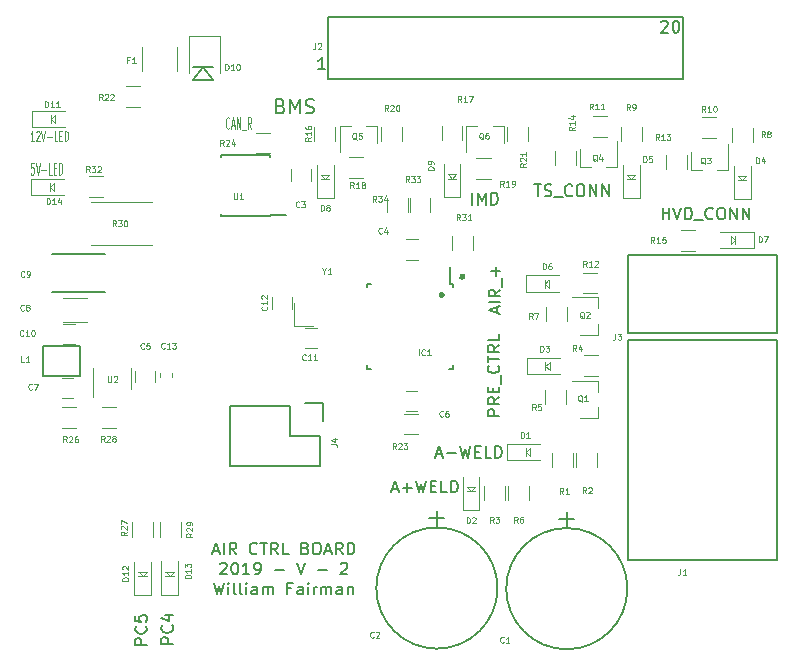
<source format=gto>
G04 #@! TF.GenerationSoftware,KiCad,Pcbnew,5.0.0-fee4fd1~66~ubuntu16.04.1*
G04 #@! TF.CreationDate,2019-04-14T05:53:46-04:00*
G04 #@! TF.ProjectId,AIR_Control_Board,4149525F436F6E74726F6C5F426F6172,rev?*
G04 #@! TF.SameCoordinates,Original*
G04 #@! TF.FileFunction,Legend,Top*
G04 #@! TF.FilePolarity,Positive*
%FSLAX46Y46*%
G04 Gerber Fmt 4.6, Leading zero omitted, Abs format (unit mm)*
G04 Created by KiCad (PCBNEW 5.0.0-fee4fd1~66~ubuntu16.04.1) date Sun Apr 14 05:53:46 2019*
%MOMM*%
%LPD*%
G01*
G04 APERTURE LIST*
%ADD10C,0.150000*%
%ADD11C,0.180000*%
%ADD12C,0.200000*%
%ADD13C,0.125000*%
%ADD14C,0.120000*%
%ADD15C,0.152400*%
%ADD16C,0.100000*%
%ADD17C,0.500000*%
G04 APERTURE END LIST*
D10*
X159626965Y-120501706D02*
X160103156Y-120501706D01*
X159531727Y-120787420D02*
X159865060Y-119787420D01*
X160198394Y-120787420D01*
X160531727Y-120406468D02*
X161293632Y-120406468D01*
X161674584Y-119787420D02*
X161912680Y-120787420D01*
X162103156Y-120073135D01*
X162293632Y-120787420D01*
X162531727Y-119787420D01*
X162912680Y-120263611D02*
X163246013Y-120263611D01*
X163388870Y-120787420D02*
X162912680Y-120787420D01*
X162912680Y-119787420D01*
X163388870Y-119787420D01*
X164293632Y-120787420D02*
X163817441Y-120787420D01*
X163817441Y-119787420D01*
X164626965Y-120787420D02*
X164626965Y-119787420D01*
X164865060Y-119787420D01*
X165007918Y-119835040D01*
X165103156Y-119930278D01*
X165150775Y-120025516D01*
X165198394Y-120215992D01*
X165198394Y-120358849D01*
X165150775Y-120549325D01*
X165103156Y-120644563D01*
X165007918Y-120739801D01*
X164865060Y-120787420D01*
X164626965Y-120787420D01*
X155883005Y-123437946D02*
X156359196Y-123437946D01*
X155787767Y-123723660D02*
X156121100Y-122723660D01*
X156454434Y-123723660D01*
X156787767Y-123342708D02*
X157549672Y-123342708D01*
X157168720Y-123723660D02*
X157168720Y-122961756D01*
X157930624Y-122723660D02*
X158168720Y-123723660D01*
X158359196Y-123009375D01*
X158549672Y-123723660D01*
X158787767Y-122723660D01*
X159168720Y-123199851D02*
X159502053Y-123199851D01*
X159644910Y-123723660D02*
X159168720Y-123723660D01*
X159168720Y-122723660D01*
X159644910Y-122723660D01*
X160549672Y-123723660D02*
X160073481Y-123723660D01*
X160073481Y-122723660D01*
X160883005Y-123723660D02*
X160883005Y-122723660D01*
X161121100Y-122723660D01*
X161263958Y-122771280D01*
X161359196Y-122866518D01*
X161406815Y-122961756D01*
X161454434Y-123152232D01*
X161454434Y-123295089D01*
X161406815Y-123485565D01*
X161359196Y-123580803D01*
X161263958Y-123676041D01*
X161121100Y-123723660D01*
X160883005Y-123723660D01*
D11*
X146463531Y-90988525D02*
X146634960Y-91045668D01*
X146692102Y-91102811D01*
X146749245Y-91217097D01*
X146749245Y-91388525D01*
X146692102Y-91502811D01*
X146634960Y-91559954D01*
X146520674Y-91617097D01*
X146063531Y-91617097D01*
X146063531Y-90417097D01*
X146463531Y-90417097D01*
X146577817Y-90474240D01*
X146634960Y-90531382D01*
X146692102Y-90645668D01*
X146692102Y-90759954D01*
X146634960Y-90874240D01*
X146577817Y-90931382D01*
X146463531Y-90988525D01*
X146063531Y-90988525D01*
X147263531Y-91617097D02*
X147263531Y-90417097D01*
X147663531Y-91274240D01*
X148063531Y-90417097D01*
X148063531Y-91617097D01*
X148577817Y-91559954D02*
X148749245Y-91617097D01*
X149034960Y-91617097D01*
X149149245Y-91559954D01*
X149206388Y-91502811D01*
X149263531Y-91388525D01*
X149263531Y-91274240D01*
X149206388Y-91159954D01*
X149149245Y-91102811D01*
X149034960Y-91045668D01*
X148806388Y-90988525D01*
X148692102Y-90931382D01*
X148634960Y-90874240D01*
X148577817Y-90759954D01*
X148577817Y-90645668D01*
X148634960Y-90531382D01*
X148692102Y-90474240D01*
X148806388Y-90417097D01*
X149092102Y-90417097D01*
X149263531Y-90474240D01*
D12*
X162667131Y-99349820D02*
X162667131Y-98349820D01*
X163143321Y-99349820D02*
X163143321Y-98349820D01*
X163476655Y-99064106D01*
X163809988Y-98349820D01*
X163809988Y-99349820D01*
X164286179Y-99349820D02*
X164286179Y-98349820D01*
X164524274Y-98349820D01*
X164667131Y-98397440D01*
X164762369Y-98492678D01*
X164809988Y-98587916D01*
X164857607Y-98778392D01*
X164857607Y-98921249D01*
X164809988Y-99111725D01*
X164762369Y-99206963D01*
X164667131Y-99302201D01*
X164524274Y-99349820D01*
X164286179Y-99349820D01*
D10*
X167946154Y-97643700D02*
X168517582Y-97643700D01*
X168231868Y-98643700D02*
X168231868Y-97643700D01*
X168803297Y-98596081D02*
X168946154Y-98643700D01*
X169184249Y-98643700D01*
X169279487Y-98596081D01*
X169327106Y-98548462D01*
X169374725Y-98453224D01*
X169374725Y-98357986D01*
X169327106Y-98262748D01*
X169279487Y-98215129D01*
X169184249Y-98167510D01*
X168993773Y-98119891D01*
X168898535Y-98072272D01*
X168850916Y-98024653D01*
X168803297Y-97929415D01*
X168803297Y-97834177D01*
X168850916Y-97738939D01*
X168898535Y-97691320D01*
X168993773Y-97643700D01*
X169231868Y-97643700D01*
X169374725Y-97691320D01*
X169565201Y-98738939D02*
X170327106Y-98738939D01*
X171136630Y-98548462D02*
X171089011Y-98596081D01*
X170946154Y-98643700D01*
X170850916Y-98643700D01*
X170708059Y-98596081D01*
X170612820Y-98500843D01*
X170565201Y-98405605D01*
X170517582Y-98215129D01*
X170517582Y-98072272D01*
X170565201Y-97881796D01*
X170612820Y-97786558D01*
X170708059Y-97691320D01*
X170850916Y-97643700D01*
X170946154Y-97643700D01*
X171089011Y-97691320D01*
X171136630Y-97738939D01*
X171755678Y-97643700D02*
X171946154Y-97643700D01*
X172041392Y-97691320D01*
X172136630Y-97786558D01*
X172184249Y-97977034D01*
X172184249Y-98310367D01*
X172136630Y-98500843D01*
X172041392Y-98596081D01*
X171946154Y-98643700D01*
X171755678Y-98643700D01*
X171660440Y-98596081D01*
X171565201Y-98500843D01*
X171517582Y-98310367D01*
X171517582Y-97977034D01*
X171565201Y-97786558D01*
X171660440Y-97691320D01*
X171755678Y-97643700D01*
X172612820Y-98643700D02*
X172612820Y-97643700D01*
X173184249Y-98643700D01*
X173184249Y-97643700D01*
X173660440Y-98643700D02*
X173660440Y-97643700D01*
X174231868Y-98643700D01*
X174231868Y-97643700D01*
X178806933Y-100599500D02*
X178806933Y-99599500D01*
X178806933Y-100075691D02*
X179378361Y-100075691D01*
X179378361Y-100599500D02*
X179378361Y-99599500D01*
X179711695Y-99599500D02*
X180045028Y-100599500D01*
X180378361Y-99599500D01*
X180711695Y-100599500D02*
X180711695Y-99599500D01*
X180949790Y-99599500D01*
X181092647Y-99647120D01*
X181187885Y-99742358D01*
X181235504Y-99837596D01*
X181283123Y-100028072D01*
X181283123Y-100170929D01*
X181235504Y-100361405D01*
X181187885Y-100456643D01*
X181092647Y-100551881D01*
X180949790Y-100599500D01*
X180711695Y-100599500D01*
X181473600Y-100694739D02*
X182235504Y-100694739D01*
X183045028Y-100504262D02*
X182997409Y-100551881D01*
X182854552Y-100599500D01*
X182759314Y-100599500D01*
X182616457Y-100551881D01*
X182521219Y-100456643D01*
X182473600Y-100361405D01*
X182425980Y-100170929D01*
X182425980Y-100028072D01*
X182473600Y-99837596D01*
X182521219Y-99742358D01*
X182616457Y-99647120D01*
X182759314Y-99599500D01*
X182854552Y-99599500D01*
X182997409Y-99647120D01*
X183045028Y-99694739D01*
X183664076Y-99599500D02*
X183854552Y-99599500D01*
X183949790Y-99647120D01*
X184045028Y-99742358D01*
X184092647Y-99932834D01*
X184092647Y-100266167D01*
X184045028Y-100456643D01*
X183949790Y-100551881D01*
X183854552Y-100599500D01*
X183664076Y-100599500D01*
X183568838Y-100551881D01*
X183473600Y-100456643D01*
X183425980Y-100266167D01*
X183425980Y-99932834D01*
X183473600Y-99742358D01*
X183568838Y-99647120D01*
X183664076Y-99599500D01*
X184521219Y-100599500D02*
X184521219Y-99599500D01*
X185092647Y-100599500D01*
X185092647Y-99599500D01*
X185568838Y-100599500D02*
X185568838Y-99599500D01*
X186140266Y-100599500D01*
X186140266Y-99599500D01*
X164784066Y-108498710D02*
X164784066Y-108022520D01*
X165069780Y-108593948D02*
X164069780Y-108260615D01*
X165069780Y-107927281D01*
X165069780Y-107593948D02*
X164069780Y-107593948D01*
X165069780Y-106546329D02*
X164593590Y-106879662D01*
X165069780Y-107117758D02*
X164069780Y-107117758D01*
X164069780Y-106736805D01*
X164117400Y-106641567D01*
X164165019Y-106593948D01*
X164260257Y-106546329D01*
X164403114Y-106546329D01*
X164498352Y-106593948D01*
X164545971Y-106641567D01*
X164593590Y-106736805D01*
X164593590Y-107117758D01*
X165165019Y-106355853D02*
X165165019Y-105593948D01*
X164688828Y-105355853D02*
X164688828Y-104593948D01*
X165069780Y-104974900D02*
X164307876Y-104974900D01*
X164988500Y-117228832D02*
X163988500Y-117228832D01*
X163988500Y-116847880D01*
X164036120Y-116752641D01*
X164083739Y-116705022D01*
X164178977Y-116657403D01*
X164321834Y-116657403D01*
X164417072Y-116705022D01*
X164464691Y-116752641D01*
X164512310Y-116847880D01*
X164512310Y-117228832D01*
X164988500Y-115657403D02*
X164512310Y-115990737D01*
X164988500Y-116228832D02*
X163988500Y-116228832D01*
X163988500Y-115847880D01*
X164036120Y-115752641D01*
X164083739Y-115705022D01*
X164178977Y-115657403D01*
X164321834Y-115657403D01*
X164417072Y-115705022D01*
X164464691Y-115752641D01*
X164512310Y-115847880D01*
X164512310Y-116228832D01*
X164464691Y-115228832D02*
X164464691Y-114895499D01*
X164988500Y-114752641D02*
X164988500Y-115228832D01*
X163988500Y-115228832D01*
X163988500Y-114752641D01*
X165083739Y-114562165D02*
X165083739Y-113800260D01*
X164893262Y-112990737D02*
X164940881Y-113038356D01*
X164988500Y-113181213D01*
X164988500Y-113276451D01*
X164940881Y-113419308D01*
X164845643Y-113514546D01*
X164750405Y-113562165D01*
X164559929Y-113609784D01*
X164417072Y-113609784D01*
X164226596Y-113562165D01*
X164131358Y-113514546D01*
X164036120Y-113419308D01*
X163988500Y-113276451D01*
X163988500Y-113181213D01*
X164036120Y-113038356D01*
X164083739Y-112990737D01*
X163988500Y-112705022D02*
X163988500Y-112133594D01*
X164988500Y-112419308D02*
X163988500Y-112419308D01*
X164988500Y-111228832D02*
X164512310Y-111562165D01*
X164988500Y-111800260D02*
X163988500Y-111800260D01*
X163988500Y-111419308D01*
X164036120Y-111324070D01*
X164083739Y-111276451D01*
X164178977Y-111228832D01*
X164321834Y-111228832D01*
X164417072Y-111276451D01*
X164464691Y-111324070D01*
X164512310Y-111419308D01*
X164512310Y-111800260D01*
X164988500Y-110324070D02*
X164988500Y-110800260D01*
X163988500Y-110800260D01*
D12*
X140749449Y-128672146D02*
X141225640Y-128672146D01*
X140654211Y-128957860D02*
X140987544Y-127957860D01*
X141320878Y-128957860D01*
X141654211Y-128957860D02*
X141654211Y-127957860D01*
X142701830Y-128957860D02*
X142368497Y-128481670D01*
X142130401Y-128957860D02*
X142130401Y-127957860D01*
X142511354Y-127957860D01*
X142606592Y-128005480D01*
X142654211Y-128053099D01*
X142701830Y-128148337D01*
X142701830Y-128291194D01*
X142654211Y-128386432D01*
X142606592Y-128434051D01*
X142511354Y-128481670D01*
X142130401Y-128481670D01*
X144463735Y-128862622D02*
X144416116Y-128910241D01*
X144273259Y-128957860D01*
X144178020Y-128957860D01*
X144035163Y-128910241D01*
X143939925Y-128815003D01*
X143892306Y-128719765D01*
X143844687Y-128529289D01*
X143844687Y-128386432D01*
X143892306Y-128195956D01*
X143939925Y-128100718D01*
X144035163Y-128005480D01*
X144178020Y-127957860D01*
X144273259Y-127957860D01*
X144416116Y-128005480D01*
X144463735Y-128053099D01*
X144749449Y-127957860D02*
X145320878Y-127957860D01*
X145035163Y-128957860D02*
X145035163Y-127957860D01*
X146225640Y-128957860D02*
X145892306Y-128481670D01*
X145654211Y-128957860D02*
X145654211Y-127957860D01*
X146035163Y-127957860D01*
X146130401Y-128005480D01*
X146178020Y-128053099D01*
X146225640Y-128148337D01*
X146225640Y-128291194D01*
X146178020Y-128386432D01*
X146130401Y-128434051D01*
X146035163Y-128481670D01*
X145654211Y-128481670D01*
X147130401Y-128957860D02*
X146654211Y-128957860D01*
X146654211Y-127957860D01*
X148558973Y-128434051D02*
X148701830Y-128481670D01*
X148749449Y-128529289D01*
X148797068Y-128624527D01*
X148797068Y-128767384D01*
X148749449Y-128862622D01*
X148701830Y-128910241D01*
X148606592Y-128957860D01*
X148225640Y-128957860D01*
X148225640Y-127957860D01*
X148558973Y-127957860D01*
X148654211Y-128005480D01*
X148701830Y-128053099D01*
X148749449Y-128148337D01*
X148749449Y-128243575D01*
X148701830Y-128338813D01*
X148654211Y-128386432D01*
X148558973Y-128434051D01*
X148225640Y-128434051D01*
X149416116Y-127957860D02*
X149606592Y-127957860D01*
X149701830Y-128005480D01*
X149797068Y-128100718D01*
X149844687Y-128291194D01*
X149844687Y-128624527D01*
X149797068Y-128815003D01*
X149701830Y-128910241D01*
X149606592Y-128957860D01*
X149416116Y-128957860D01*
X149320878Y-128910241D01*
X149225640Y-128815003D01*
X149178020Y-128624527D01*
X149178020Y-128291194D01*
X149225640Y-128100718D01*
X149320878Y-128005480D01*
X149416116Y-127957860D01*
X150225640Y-128672146D02*
X150701830Y-128672146D01*
X150130401Y-128957860D02*
X150463735Y-127957860D01*
X150797068Y-128957860D01*
X151701830Y-128957860D02*
X151368497Y-128481670D01*
X151130401Y-128957860D02*
X151130401Y-127957860D01*
X151511354Y-127957860D01*
X151606592Y-128005480D01*
X151654211Y-128053099D01*
X151701830Y-128148337D01*
X151701830Y-128291194D01*
X151654211Y-128386432D01*
X151606592Y-128434051D01*
X151511354Y-128481670D01*
X151130401Y-128481670D01*
X152130401Y-128957860D02*
X152130401Y-127957860D01*
X152368497Y-127957860D01*
X152511354Y-128005480D01*
X152606592Y-128100718D01*
X152654211Y-128195956D01*
X152701830Y-128386432D01*
X152701830Y-128529289D01*
X152654211Y-128719765D01*
X152606592Y-128815003D01*
X152511354Y-128910241D01*
X152368497Y-128957860D01*
X152130401Y-128957860D01*
X141344687Y-129753099D02*
X141392306Y-129705480D01*
X141487544Y-129657860D01*
X141725640Y-129657860D01*
X141820878Y-129705480D01*
X141868497Y-129753099D01*
X141916116Y-129848337D01*
X141916116Y-129943575D01*
X141868497Y-130086432D01*
X141297068Y-130657860D01*
X141916116Y-130657860D01*
X142535163Y-129657860D02*
X142630401Y-129657860D01*
X142725640Y-129705480D01*
X142773259Y-129753099D01*
X142820878Y-129848337D01*
X142868497Y-130038813D01*
X142868497Y-130276908D01*
X142820878Y-130467384D01*
X142773259Y-130562622D01*
X142725640Y-130610241D01*
X142630401Y-130657860D01*
X142535163Y-130657860D01*
X142439925Y-130610241D01*
X142392306Y-130562622D01*
X142344687Y-130467384D01*
X142297068Y-130276908D01*
X142297068Y-130038813D01*
X142344687Y-129848337D01*
X142392306Y-129753099D01*
X142439925Y-129705480D01*
X142535163Y-129657860D01*
X143820878Y-130657860D02*
X143249449Y-130657860D01*
X143535163Y-130657860D02*
X143535163Y-129657860D01*
X143439925Y-129800718D01*
X143344687Y-129895956D01*
X143249449Y-129943575D01*
X144297068Y-130657860D02*
X144487544Y-130657860D01*
X144582782Y-130610241D01*
X144630401Y-130562622D01*
X144725640Y-130419765D01*
X144773259Y-130229289D01*
X144773259Y-129848337D01*
X144725640Y-129753099D01*
X144678020Y-129705480D01*
X144582782Y-129657860D01*
X144392306Y-129657860D01*
X144297068Y-129705480D01*
X144249449Y-129753099D01*
X144201830Y-129848337D01*
X144201830Y-130086432D01*
X144249449Y-130181670D01*
X144297068Y-130229289D01*
X144392306Y-130276908D01*
X144582782Y-130276908D01*
X144678020Y-130229289D01*
X144725640Y-130181670D01*
X144773259Y-130086432D01*
X145963735Y-130276908D02*
X146725640Y-130276908D01*
X147820878Y-129657860D02*
X148154211Y-130657860D01*
X148487544Y-129657860D01*
X149582782Y-130276908D02*
X150344687Y-130276908D01*
X151535163Y-129753099D02*
X151582782Y-129705480D01*
X151678020Y-129657860D01*
X151916116Y-129657860D01*
X152011354Y-129705480D01*
X152058973Y-129753099D01*
X152106592Y-129848337D01*
X152106592Y-129943575D01*
X152058973Y-130086432D01*
X151487544Y-130657860D01*
X152106592Y-130657860D01*
X140797068Y-131357860D02*
X141035163Y-132357860D01*
X141225640Y-131643575D01*
X141416116Y-132357860D01*
X141654211Y-131357860D01*
X142035163Y-132357860D02*
X142035163Y-131691194D01*
X142035163Y-131357860D02*
X141987544Y-131405480D01*
X142035163Y-131453099D01*
X142082782Y-131405480D01*
X142035163Y-131357860D01*
X142035163Y-131453099D01*
X142654211Y-132357860D02*
X142558973Y-132310241D01*
X142511354Y-132215003D01*
X142511354Y-131357860D01*
X143178020Y-132357860D02*
X143082782Y-132310241D01*
X143035163Y-132215003D01*
X143035163Y-131357860D01*
X143558973Y-132357860D02*
X143558973Y-131691194D01*
X143558973Y-131357860D02*
X143511354Y-131405480D01*
X143558973Y-131453099D01*
X143606592Y-131405480D01*
X143558973Y-131357860D01*
X143558973Y-131453099D01*
X144463735Y-132357860D02*
X144463735Y-131834051D01*
X144416116Y-131738813D01*
X144320878Y-131691194D01*
X144130401Y-131691194D01*
X144035163Y-131738813D01*
X144463735Y-132310241D02*
X144368497Y-132357860D01*
X144130401Y-132357860D01*
X144035163Y-132310241D01*
X143987544Y-132215003D01*
X143987544Y-132119765D01*
X144035163Y-132024527D01*
X144130401Y-131976908D01*
X144368497Y-131976908D01*
X144463735Y-131929289D01*
X144939925Y-132357860D02*
X144939925Y-131691194D01*
X144939925Y-131786432D02*
X144987544Y-131738813D01*
X145082782Y-131691194D01*
X145225640Y-131691194D01*
X145320878Y-131738813D01*
X145368497Y-131834051D01*
X145368497Y-132357860D01*
X145368497Y-131834051D02*
X145416116Y-131738813D01*
X145511354Y-131691194D01*
X145654211Y-131691194D01*
X145749449Y-131738813D01*
X145797068Y-131834051D01*
X145797068Y-132357860D01*
X147368497Y-131834051D02*
X147035163Y-131834051D01*
X147035163Y-132357860D02*
X147035163Y-131357860D01*
X147511354Y-131357860D01*
X148320878Y-132357860D02*
X148320878Y-131834051D01*
X148273259Y-131738813D01*
X148178020Y-131691194D01*
X147987544Y-131691194D01*
X147892306Y-131738813D01*
X148320878Y-132310241D02*
X148225640Y-132357860D01*
X147987544Y-132357860D01*
X147892306Y-132310241D01*
X147844687Y-132215003D01*
X147844687Y-132119765D01*
X147892306Y-132024527D01*
X147987544Y-131976908D01*
X148225640Y-131976908D01*
X148320878Y-131929289D01*
X148797068Y-132357860D02*
X148797068Y-131691194D01*
X148797068Y-131357860D02*
X148749449Y-131405480D01*
X148797068Y-131453099D01*
X148844687Y-131405480D01*
X148797068Y-131357860D01*
X148797068Y-131453099D01*
X149273259Y-132357860D02*
X149273259Y-131691194D01*
X149273259Y-131881670D02*
X149320878Y-131786432D01*
X149368497Y-131738813D01*
X149463735Y-131691194D01*
X149558973Y-131691194D01*
X149892306Y-132357860D02*
X149892306Y-131691194D01*
X149892306Y-131786432D02*
X149939925Y-131738813D01*
X150035163Y-131691194D01*
X150178020Y-131691194D01*
X150273259Y-131738813D01*
X150320878Y-131834051D01*
X150320878Y-132357860D01*
X150320878Y-131834051D02*
X150368497Y-131738813D01*
X150463735Y-131691194D01*
X150606592Y-131691194D01*
X150701830Y-131738813D01*
X150749449Y-131834051D01*
X150749449Y-132357860D01*
X151654211Y-132357860D02*
X151654211Y-131834051D01*
X151606592Y-131738813D01*
X151511354Y-131691194D01*
X151320878Y-131691194D01*
X151225640Y-131738813D01*
X151654211Y-132310241D02*
X151558973Y-132357860D01*
X151320878Y-132357860D01*
X151225640Y-132310241D01*
X151178020Y-132215003D01*
X151178020Y-132119765D01*
X151225640Y-132024527D01*
X151320878Y-131976908D01*
X151558973Y-131976908D01*
X151654211Y-131929289D01*
X152130401Y-131691194D02*
X152130401Y-132357860D01*
X152130401Y-131786432D02*
X152178020Y-131738813D01*
X152273259Y-131691194D01*
X152416116Y-131691194D01*
X152511354Y-131738813D01*
X152558973Y-131834051D01*
X152558973Y-132357860D01*
D13*
X125544666Y-95808380D02*
X125306571Y-95808380D01*
X125282761Y-96284571D01*
X125306571Y-96236952D01*
X125354190Y-96189333D01*
X125473238Y-96189333D01*
X125520857Y-96236952D01*
X125544666Y-96284571D01*
X125568476Y-96379809D01*
X125568476Y-96617904D01*
X125544666Y-96713142D01*
X125520857Y-96760761D01*
X125473238Y-96808380D01*
X125354190Y-96808380D01*
X125306571Y-96760761D01*
X125282761Y-96713142D01*
X125711333Y-95808380D02*
X125878000Y-96808380D01*
X126044666Y-95808380D01*
X126211333Y-96427428D02*
X126592285Y-96427428D01*
X127068476Y-96808380D02*
X126830380Y-96808380D01*
X126830380Y-95808380D01*
X127235142Y-96284571D02*
X127401809Y-96284571D01*
X127473238Y-96808380D02*
X127235142Y-96808380D01*
X127235142Y-95808380D01*
X127473238Y-95808380D01*
X127687523Y-96808380D02*
X127687523Y-95808380D01*
X127806571Y-95808380D01*
X127878000Y-95856000D01*
X127925619Y-95951238D01*
X127949428Y-96046476D01*
X127973238Y-96236952D01*
X127973238Y-96379809D01*
X127949428Y-96570285D01*
X127925619Y-96665523D01*
X127878000Y-96760761D01*
X127806571Y-96808380D01*
X127687523Y-96808380D01*
X125584380Y-93923904D02*
X125298666Y-93923904D01*
X125441523Y-93923904D02*
X125441523Y-93123904D01*
X125393904Y-93238190D01*
X125346285Y-93314380D01*
X125298666Y-93352476D01*
X125774857Y-93200095D02*
X125798666Y-93162000D01*
X125846285Y-93123904D01*
X125965333Y-93123904D01*
X126012952Y-93162000D01*
X126036761Y-93200095D01*
X126060571Y-93276285D01*
X126060571Y-93352476D01*
X126036761Y-93466761D01*
X125751047Y-93923904D01*
X126060571Y-93923904D01*
X126203428Y-93123904D02*
X126370095Y-93923904D01*
X126536761Y-93123904D01*
X126703428Y-93619142D02*
X127084380Y-93619142D01*
X127560571Y-93923904D02*
X127322476Y-93923904D01*
X127322476Y-93123904D01*
X127727238Y-93504857D02*
X127893904Y-93504857D01*
X127965333Y-93923904D02*
X127727238Y-93923904D01*
X127727238Y-93123904D01*
X127965333Y-93123904D01*
X128179619Y-93923904D02*
X128179619Y-93123904D01*
X128298666Y-93123904D01*
X128370095Y-93162000D01*
X128417714Y-93238190D01*
X128441523Y-93314380D01*
X128465333Y-93466761D01*
X128465333Y-93581047D01*
X128441523Y-93733428D01*
X128417714Y-93809619D01*
X128370095Y-93885809D01*
X128298666Y-93923904D01*
X128179619Y-93923904D01*
X142128335Y-92838542D02*
X142104525Y-92886161D01*
X142033097Y-92933780D01*
X141985478Y-92933780D01*
X141914049Y-92886161D01*
X141866430Y-92790923D01*
X141842620Y-92695685D01*
X141818811Y-92505209D01*
X141818811Y-92362352D01*
X141842620Y-92171876D01*
X141866430Y-92076638D01*
X141914049Y-91981400D01*
X141985478Y-91933780D01*
X142033097Y-91933780D01*
X142104525Y-91981400D01*
X142128335Y-92029019D01*
X142318811Y-92648066D02*
X142556906Y-92648066D01*
X142271192Y-92933780D02*
X142437859Y-91933780D01*
X142604525Y-92933780D01*
X142771192Y-92933780D02*
X142771192Y-91933780D01*
X143056906Y-92933780D01*
X143056906Y-91933780D01*
X143175954Y-93029019D02*
X143556906Y-93029019D01*
X143961668Y-92933780D02*
X143795001Y-92457590D01*
X143675954Y-92933780D02*
X143675954Y-91933780D01*
X143866430Y-91933780D01*
X143914049Y-91981400D01*
X143937859Y-92029019D01*
X143961668Y-92124257D01*
X143961668Y-92267114D01*
X143937859Y-92362352D01*
X143914049Y-92409971D01*
X143866430Y-92457590D01*
X143675954Y-92457590D01*
D10*
X135128260Y-136620095D02*
X134128260Y-136620095D01*
X134128260Y-136239142D01*
X134175880Y-136143904D01*
X134223499Y-136096285D01*
X134318737Y-136048666D01*
X134461594Y-136048666D01*
X134556832Y-136096285D01*
X134604451Y-136143904D01*
X134652070Y-136239142D01*
X134652070Y-136620095D01*
X135033022Y-135048666D02*
X135080641Y-135096285D01*
X135128260Y-135239142D01*
X135128260Y-135334380D01*
X135080641Y-135477238D01*
X134985403Y-135572476D01*
X134890165Y-135620095D01*
X134699689Y-135667714D01*
X134556832Y-135667714D01*
X134366356Y-135620095D01*
X134271118Y-135572476D01*
X134175880Y-135477238D01*
X134128260Y-135334380D01*
X134128260Y-135239142D01*
X134175880Y-135096285D01*
X134223499Y-135048666D01*
X134128260Y-134143904D02*
X134128260Y-134620095D01*
X134604451Y-134667714D01*
X134556832Y-134620095D01*
X134509213Y-134524857D01*
X134509213Y-134286761D01*
X134556832Y-134191523D01*
X134604451Y-134143904D01*
X134699689Y-134096285D01*
X134937784Y-134096285D01*
X135033022Y-134143904D01*
X135080641Y-134191523D01*
X135128260Y-134286761D01*
X135128260Y-134524857D01*
X135080641Y-134620095D01*
X135033022Y-134667714D01*
X137358380Y-136543895D02*
X136358380Y-136543895D01*
X136358380Y-136162942D01*
X136406000Y-136067704D01*
X136453619Y-136020085D01*
X136548857Y-135972466D01*
X136691714Y-135972466D01*
X136786952Y-136020085D01*
X136834571Y-136067704D01*
X136882190Y-136162942D01*
X136882190Y-136543895D01*
X137263142Y-134972466D02*
X137310761Y-135020085D01*
X137358380Y-135162942D01*
X137358380Y-135258180D01*
X137310761Y-135401038D01*
X137215523Y-135496276D01*
X137120285Y-135543895D01*
X136929809Y-135591514D01*
X136786952Y-135591514D01*
X136596476Y-135543895D01*
X136501238Y-135496276D01*
X136406000Y-135401038D01*
X136358380Y-135258180D01*
X136358380Y-135162942D01*
X136406000Y-135020085D01*
X136453619Y-134972466D01*
X136691714Y-134115323D02*
X137358380Y-134115323D01*
X136310761Y-134353419D02*
X137025047Y-134591514D01*
X137025047Y-133972466D01*
D14*
G04 #@! TO.C,R30*
X135580000Y-102730000D02*
X130380000Y-102730000D01*
X130380000Y-99090000D02*
X135580000Y-99090000D01*
G04 #@! TO.C,C8*
X128040000Y-109280000D02*
X130040000Y-109280000D01*
X130040000Y-107240000D02*
X128040000Y-107240000D01*
D15*
G04 #@! TO.C,C1*
X175818800Y-131864100D02*
G75*
G03X175818800Y-131864100I-5130800J0D01*
G01*
X171323000Y-125971300D02*
X170053000Y-125971300D01*
X170688000Y-125336300D02*
X170688000Y-126606300D01*
G04 #@! TO.C,C2*
X164820600Y-131813300D02*
G75*
G03X164820600Y-131813300I-5130800J0D01*
G01*
X160324800Y-125920500D02*
X159054800Y-125920500D01*
X159689800Y-125285500D02*
X159689800Y-126555500D01*
D14*
G04 #@! TO.C,R33*
X157387400Y-99992700D02*
X157387400Y-98792700D01*
X159147400Y-98792700D02*
X159147400Y-99992700D01*
D10*
G04 #@! TO.C,U1*
X145552465Y-100255642D02*
X146952465Y-100255642D01*
X145552465Y-95155642D02*
X141402465Y-95155642D01*
X145552465Y-100305642D02*
X141402465Y-100305642D01*
X145552465Y-95155642D02*
X145552465Y-95300642D01*
X141402465Y-95155642D02*
X141402465Y-95300642D01*
X141402465Y-100305642D02*
X141402465Y-100160642D01*
X145552465Y-100305642D02*
X145552465Y-100255642D01*
D14*
G04 #@! TO.C,D1*
X165606500Y-119607100D02*
X168406500Y-119607100D01*
X165606500Y-121007100D02*
X168406500Y-121007100D01*
X165606500Y-119607100D02*
X165606500Y-121007100D01*
D16*
X167206500Y-120307100D02*
X167506500Y-120007100D01*
X167506500Y-120007100D02*
X167556500Y-119957100D01*
X167556500Y-119957100D02*
X167556500Y-120607100D01*
X167556500Y-120657100D02*
X167556500Y-120607100D01*
X167556500Y-120607100D02*
X167556500Y-120657100D01*
X167556500Y-120657100D02*
X167206500Y-120307100D01*
X167206500Y-120307100D02*
X167206500Y-119957100D01*
X167206500Y-120657100D02*
X167206500Y-120307100D01*
D14*
G04 #@! TO.C,D14*
X125344600Y-97140800D02*
X128144600Y-97140800D01*
X125344600Y-98540800D02*
X128144600Y-98540800D01*
X125344600Y-97140800D02*
X125344600Y-98540800D01*
D16*
X126944600Y-97840800D02*
X127244600Y-97540800D01*
X127244600Y-97540800D02*
X127294600Y-97490800D01*
X127294600Y-97490800D02*
X127294600Y-98140800D01*
X127294600Y-98190800D02*
X127294600Y-98140800D01*
X127294600Y-98140800D02*
X127294600Y-98190800D01*
X127294600Y-98190800D02*
X126944600Y-97840800D01*
X126944600Y-97840800D02*
X126944600Y-97490800D01*
X126944600Y-98190800D02*
X126944600Y-97840800D01*
D14*
G04 #@! TO.C,R13*
X180839000Y-95158000D02*
X180839000Y-96358000D01*
X179079000Y-96358000D02*
X179079000Y-95158000D01*
D10*
G04 #@! TO.C,J4*
X147218400Y-121513600D02*
X149758400Y-121513600D01*
X149758400Y-121513600D02*
X149758400Y-118973600D01*
X150038400Y-116153600D02*
X148488400Y-116153600D01*
X142138400Y-121513600D02*
X147218400Y-121513600D01*
X142138400Y-116433600D02*
X142138400Y-121513600D01*
X147218400Y-118973600D02*
X147218400Y-116433600D01*
X149758400Y-118973600D02*
X147218400Y-118973600D01*
X150038400Y-116153600D02*
X150038400Y-117703600D01*
X147218400Y-116433600D02*
X142138400Y-116433600D01*
D14*
G04 #@! TO.C,C4*
X157056200Y-103999400D02*
X158056200Y-103999400D01*
X158056200Y-102299400D02*
X157056200Y-102299400D01*
G04 #@! TO.C,R10*
X183353000Y-93717000D02*
X182153000Y-93717000D01*
X182153000Y-91957000D02*
X183353000Y-91957000D01*
G04 #@! TO.C,R15*
X180375000Y-101482000D02*
X181575000Y-101482000D01*
X181575000Y-103242000D02*
X180375000Y-103242000D01*
G04 #@! TO.C,R16*
X151057500Y-92742500D02*
X151057500Y-93942500D01*
X149297500Y-93942500D02*
X149297500Y-92742500D01*
G04 #@! TO.C,R14*
X171441000Y-94838000D02*
X171441000Y-96038000D01*
X169681000Y-96038000D02*
X169681000Y-94838000D01*
G04 #@! TO.C,Q2*
X173289500Y-110355500D02*
X171829500Y-110355500D01*
X173289500Y-107195500D02*
X171129500Y-107195500D01*
X173289500Y-107195500D02*
X173289500Y-108125500D01*
X173289500Y-110355500D02*
X173289500Y-109425500D01*
G04 #@! TO.C,R22*
X134559600Y-91050000D02*
X133359600Y-91050000D01*
X133359600Y-89290000D02*
X134559600Y-89290000D01*
G04 #@! TO.C,R29*
X137989200Y-126257800D02*
X137989200Y-127457800D01*
X136229200Y-127457800D02*
X136229200Y-126257800D01*
G04 #@! TO.C,R31*
X162728800Y-101965200D02*
X162728800Y-103165200D01*
X160968800Y-103165200D02*
X160968800Y-101965200D01*
G04 #@! TO.C,D3*
X167280000Y-112330000D02*
X170080000Y-112330000D01*
X167280000Y-113730000D02*
X170080000Y-113730000D01*
X167280000Y-112330000D02*
X167280000Y-113730000D01*
D16*
X168880000Y-113030000D02*
X169180000Y-112730000D01*
X169180000Y-112730000D02*
X169230000Y-112680000D01*
X169230000Y-112680000D02*
X169230000Y-113330000D01*
X169230000Y-113380000D02*
X169230000Y-113330000D01*
X169230000Y-113330000D02*
X169230000Y-113380000D01*
X169230000Y-113380000D02*
X168880000Y-113030000D01*
X168880000Y-113030000D02*
X168880000Y-112680000D01*
X168880000Y-113380000D02*
X168880000Y-113030000D01*
D14*
G04 #@! TO.C,D9*
X160272500Y-98744000D02*
X160272500Y-95944000D01*
X161672500Y-98744000D02*
X161672500Y-95944000D01*
X160272500Y-98744000D02*
X161672500Y-98744000D01*
D16*
X160972500Y-97144000D02*
X160672500Y-96844000D01*
X160672500Y-96844000D02*
X160622500Y-96794000D01*
X160622500Y-96794000D02*
X161272500Y-96794000D01*
X161322500Y-96794000D02*
X161272500Y-96794000D01*
X161272500Y-96794000D02*
X161322500Y-96794000D01*
X161322500Y-96794000D02*
X160972500Y-97144000D01*
X160972500Y-97144000D02*
X160622500Y-97144000D01*
X161322500Y-97144000D02*
X160972500Y-97144000D01*
D14*
G04 #@! TO.C,R23*
X158130800Y-118799500D02*
X156930800Y-118799500D01*
X156930800Y-117039500D02*
X158130800Y-117039500D01*
G04 #@! TO.C,R19*
X163039500Y-95386000D02*
X164239500Y-95386000D01*
X164239500Y-97146000D02*
X163039500Y-97146000D01*
G04 #@! TO.C,Q5*
X154615000Y-92712000D02*
X154615000Y-94172000D01*
X151455000Y-92712000D02*
X151455000Y-94872000D01*
X151455000Y-92712000D02*
X152385000Y-92712000D01*
X154615000Y-92712000D02*
X153685000Y-92712000D01*
G04 #@! TO.C,R21*
X167377000Y-92745000D02*
X167377000Y-93945000D01*
X165617000Y-93945000D02*
X165617000Y-92745000D01*
G04 #@! TO.C,R24*
X145583200Y-95012400D02*
X144383200Y-95012400D01*
X144383200Y-93252400D02*
X145583200Y-93252400D01*
G04 #@! TO.C,D10*
X141338300Y-85064600D02*
X141338300Y-88239600D01*
X138671300Y-85064600D02*
X138671300Y-88239600D01*
X141338300Y-85064600D02*
X138671300Y-85064600D01*
D12*
X140704800Y-87739600D02*
X139004800Y-87739600D01*
X139904800Y-87739600D02*
X140704800Y-88839600D01*
X140704800Y-88839600D02*
X139004800Y-88839600D01*
X139004800Y-88839600D02*
X139904800Y-87739600D01*
D14*
G04 #@! TO.C,D11*
X125420000Y-91400400D02*
X128220000Y-91400400D01*
X125420000Y-92800400D02*
X128220000Y-92800400D01*
X125420000Y-91400400D02*
X125420000Y-92800400D01*
D16*
X127020000Y-92100400D02*
X127320000Y-91800400D01*
X127320000Y-91800400D02*
X127370000Y-91750400D01*
X127370000Y-91750400D02*
X127370000Y-92400400D01*
X127370000Y-92450400D02*
X127370000Y-92400400D01*
X127370000Y-92400400D02*
X127370000Y-92450400D01*
X127370000Y-92450400D02*
X127020000Y-92100400D01*
X127020000Y-92100400D02*
X127020000Y-91750400D01*
X127020000Y-92450400D02*
X127020000Y-92100400D01*
D14*
G04 #@! TO.C,Q1*
X173289500Y-117404000D02*
X171829500Y-117404000D01*
X173289500Y-114244000D02*
X171129500Y-114244000D01*
X173289500Y-114244000D02*
X173289500Y-115174000D01*
X173289500Y-117404000D02*
X173289500Y-116474000D01*
G04 #@! TO.C,D12*
X134072400Y-132381400D02*
X134072400Y-129581400D01*
X135472400Y-132381400D02*
X135472400Y-129581400D01*
X134072400Y-132381400D02*
X135472400Y-132381400D01*
D16*
X134772400Y-130781400D02*
X134472400Y-130481400D01*
X134472400Y-130481400D02*
X134422400Y-130431400D01*
X134422400Y-130431400D02*
X135072400Y-130431400D01*
X135122400Y-130431400D02*
X135072400Y-130431400D01*
X135072400Y-130431400D02*
X135122400Y-130431400D01*
X135122400Y-130431400D02*
X134772400Y-130781400D01*
X134772400Y-130781400D02*
X134422400Y-130781400D01*
X135122400Y-130781400D02*
X134772400Y-130781400D01*
D14*
G04 #@! TO.C,D8*
X149541000Y-98785000D02*
X149541000Y-95985000D01*
X150941000Y-98785000D02*
X150941000Y-95985000D01*
X149541000Y-98785000D02*
X150941000Y-98785000D01*
D16*
X150241000Y-97185000D02*
X149941000Y-96885000D01*
X149941000Y-96885000D02*
X149891000Y-96835000D01*
X149891000Y-96835000D02*
X150541000Y-96835000D01*
X150591000Y-96835000D02*
X150541000Y-96835000D01*
X150541000Y-96835000D02*
X150591000Y-96835000D01*
X150591000Y-96835000D02*
X150241000Y-97185000D01*
X150241000Y-97185000D02*
X149891000Y-97185000D01*
X150591000Y-97185000D02*
X150241000Y-97185000D01*
D14*
G04 #@! TO.C,R34*
X155457000Y-99977500D02*
X155457000Y-98777500D01*
X157217000Y-98777500D02*
X157217000Y-99977500D01*
G04 #@! TO.C,R11*
X174082000Y-93590000D02*
X172882000Y-93590000D01*
X172882000Y-91830000D02*
X174082000Y-91830000D01*
G04 #@! TO.C,R6*
X167491300Y-123186900D02*
X167491300Y-124386900D01*
X165731300Y-124386900D02*
X165731300Y-123186900D01*
G04 #@! TO.C,R1*
X171225100Y-120392900D02*
X171225100Y-121592900D01*
X169465100Y-121592900D02*
X169465100Y-120392900D01*
G04 #@! TO.C,R7*
X170679000Y-107987500D02*
X170679000Y-109187500D01*
X168919000Y-109187500D02*
X168919000Y-107987500D01*
G04 #@! TO.C,R27*
X135652400Y-126257800D02*
X135652400Y-127457800D01*
X133892400Y-127457800D02*
X133892400Y-126257800D01*
G04 #@! TO.C,D5*
X175449000Y-98785000D02*
X175449000Y-95985000D01*
X176849000Y-98785000D02*
X176849000Y-95985000D01*
X175449000Y-98785000D02*
X176849000Y-98785000D01*
D16*
X176149000Y-97185000D02*
X175849000Y-96885000D01*
X175849000Y-96885000D02*
X175799000Y-96835000D01*
X175799000Y-96835000D02*
X176449000Y-96835000D01*
X176499000Y-96835000D02*
X176449000Y-96835000D01*
X176449000Y-96835000D02*
X176499000Y-96835000D01*
X176499000Y-96835000D02*
X176149000Y-97185000D01*
X176149000Y-97185000D02*
X175799000Y-97185000D01*
X176499000Y-97185000D02*
X176149000Y-97185000D01*
D14*
G04 #@! TO.C,R17*
X161852500Y-92679000D02*
X161852500Y-93879000D01*
X160092500Y-93879000D02*
X160092500Y-92679000D01*
G04 #@! TO.C,R18*
X152244500Y-95322500D02*
X153444500Y-95322500D01*
X153444500Y-97082500D02*
X152244500Y-97082500D01*
D10*
G04 #@! TO.C,IC1*
X160816500Y-106039500D02*
X160816500Y-104614500D01*
X161041500Y-113289500D02*
X161041500Y-112964500D01*
X153791500Y-113289500D02*
X153791500Y-112964500D01*
X153791500Y-106039500D02*
X153791500Y-106364500D01*
X161041500Y-106039500D02*
X161041500Y-106364500D01*
X153791500Y-106039500D02*
X154116500Y-106039500D01*
X153791500Y-113289500D02*
X154116500Y-113289500D01*
X161041500Y-113289500D02*
X160716500Y-113289500D01*
X161041500Y-106039500D02*
X160816500Y-106039500D01*
D17*
X161861500Y-105448100D02*
G75*
G03X161861500Y-105448100I-50800J0D01*
G01*
X160108900Y-106997500D02*
G75*
G03X160108900Y-106997500I-50800J0D01*
G01*
D14*
G04 #@! TO.C,D13*
X136358400Y-132363800D02*
X136358400Y-129563800D01*
X137758400Y-132363800D02*
X137758400Y-129563800D01*
X136358400Y-132363800D02*
X137758400Y-132363800D01*
D16*
X137058400Y-130763800D02*
X136758400Y-130463800D01*
X136758400Y-130463800D02*
X136708400Y-130413800D01*
X136708400Y-130413800D02*
X137358400Y-130413800D01*
X137408400Y-130413800D02*
X137358400Y-130413800D01*
X137358400Y-130413800D02*
X137408400Y-130413800D01*
X137408400Y-130413800D02*
X137058400Y-130763800D01*
X137058400Y-130763800D02*
X136708400Y-130763800D01*
X137408400Y-130763800D02*
X137058400Y-130763800D01*
D14*
G04 #@! TO.C,D6*
X167216500Y-105345000D02*
X170016500Y-105345000D01*
X167216500Y-106745000D02*
X170016500Y-106745000D01*
X167216500Y-105345000D02*
X167216500Y-106745000D01*
D16*
X168816500Y-106045000D02*
X169116500Y-105745000D01*
X169116500Y-105745000D02*
X169166500Y-105695000D01*
X169166500Y-105695000D02*
X169166500Y-106345000D01*
X169166500Y-106395000D02*
X169166500Y-106345000D01*
X169166500Y-106345000D02*
X169166500Y-106395000D01*
X169166500Y-106395000D02*
X168816500Y-106045000D01*
X168816500Y-106045000D02*
X168816500Y-105695000D01*
X168816500Y-106395000D02*
X168816500Y-106045000D01*
D14*
G04 #@! TO.C,Q3*
X181173000Y-96391000D02*
X181173000Y-94931000D01*
X184333000Y-96391000D02*
X184333000Y-94231000D01*
X184333000Y-96391000D02*
X183403000Y-96391000D01*
X181173000Y-96391000D02*
X182103000Y-96391000D01*
D16*
G04 #@! TO.C,Y1*
X147612400Y-109662800D02*
X149212400Y-109662800D01*
X147612400Y-109662800D02*
X147612400Y-107662800D01*
D14*
G04 #@! TO.C,R32*
X131394800Y-98670000D02*
X130194800Y-98670000D01*
X130194800Y-96910000D02*
X131394800Y-96910000D01*
G04 #@! TO.C,R20*
X156709000Y-92745000D02*
X156709000Y-93945000D01*
X154949000Y-93945000D02*
X154949000Y-92745000D01*
G04 #@! TO.C,Q6*
X165346500Y-92712000D02*
X165346500Y-94172000D01*
X162186500Y-92712000D02*
X162186500Y-94872000D01*
X162186500Y-92712000D02*
X163116500Y-92712000D01*
X165346500Y-92712000D02*
X164416500Y-92712000D01*
G04 #@! TO.C,C6*
X157043500Y-116851800D02*
X158043500Y-116851800D01*
X158043500Y-115151800D02*
X157043500Y-115151800D01*
G04 #@! TO.C,D4*
X184847000Y-98871000D02*
X184847000Y-96071000D01*
X186247000Y-98871000D02*
X186247000Y-96071000D01*
X184847000Y-98871000D02*
X186247000Y-98871000D01*
D16*
X185547000Y-97271000D02*
X185247000Y-96971000D01*
X185247000Y-96971000D02*
X185197000Y-96921000D01*
X185197000Y-96921000D02*
X185847000Y-96921000D01*
X185897000Y-96921000D02*
X185847000Y-96921000D01*
X185847000Y-96921000D02*
X185897000Y-96921000D01*
X185897000Y-96921000D02*
X185547000Y-97271000D01*
X185547000Y-97271000D02*
X185197000Y-97271000D01*
X185897000Y-97271000D02*
X185547000Y-97271000D01*
D14*
G04 #@! TO.C,R8*
X186427000Y-92872000D02*
X186427000Y-94072000D01*
X184667000Y-94072000D02*
X184667000Y-92872000D01*
G04 #@! TO.C,Q4*
X171775000Y-96137000D02*
X171775000Y-94677000D01*
X174935000Y-96137000D02*
X174935000Y-93977000D01*
X174935000Y-96137000D02*
X174005000Y-96137000D01*
X171775000Y-96137000D02*
X172705000Y-96137000D01*
G04 #@! TO.C,C11*
X149512400Y-109792400D02*
X148512400Y-109792400D01*
X148512400Y-111492400D02*
X149512400Y-111492400D01*
G04 #@! TO.C,C12*
X145758800Y-107161200D02*
X145758800Y-108161200D01*
X147458800Y-108161200D02*
X147458800Y-107161200D01*
G04 #@! TO.C,D2*
X161860000Y-125185400D02*
X161860000Y-122385400D01*
X163260000Y-125185400D02*
X163260000Y-122385400D01*
X161860000Y-125185400D02*
X163260000Y-125185400D01*
D16*
X162560000Y-123585400D02*
X162260000Y-123285400D01*
X162260000Y-123285400D02*
X162210000Y-123235400D01*
X162210000Y-123235400D02*
X162860000Y-123235400D01*
X162910000Y-123235400D02*
X162860000Y-123235400D01*
X162860000Y-123235400D02*
X162910000Y-123235400D01*
X162910000Y-123235400D02*
X162560000Y-123585400D01*
X162560000Y-123585400D02*
X162210000Y-123585400D01*
X162910000Y-123585400D02*
X162560000Y-123585400D01*
D14*
G04 #@! TO.C,F1*
X137674800Y-86020400D02*
X137674800Y-88020400D01*
X134714800Y-88020400D02*
X134714800Y-86020400D01*
G04 #@! TO.C,R2*
X173244400Y-120380200D02*
X173244400Y-121580200D01*
X171484400Y-121580200D02*
X171484400Y-120380200D01*
G04 #@! TO.C,R3*
X165459300Y-123184400D02*
X165459300Y-124384400D01*
X163699300Y-124384400D02*
X163699300Y-123184400D01*
G04 #@! TO.C,R12*
X173254000Y-106861500D02*
X172054000Y-106861500D01*
X172054000Y-105101500D02*
X173254000Y-105101500D01*
G04 #@! TO.C,R4*
X173320000Y-113846500D02*
X172120000Y-113846500D01*
X172120000Y-112086500D02*
X173320000Y-112086500D01*
G04 #@! TO.C,R5*
X170615500Y-115033500D02*
X170615500Y-116233500D01*
X168855500Y-116233500D02*
X168855500Y-115033500D01*
D10*
G04 #@! TO.C,J1*
X175895000Y-110820200D02*
X175895000Y-129463800D01*
X188493400Y-110820200D02*
X188493400Y-129463800D01*
X188496000Y-110817000D02*
X175896000Y-110817000D01*
X188496000Y-129467000D02*
X175896000Y-129467000D01*
G04 #@! TO.C,J3*
X175869600Y-103606600D02*
X175869600Y-110261400D01*
X188493400Y-103606600D02*
X188493400Y-110261400D01*
X188496000Y-103609000D02*
X175896000Y-103609000D01*
X175896000Y-110259000D02*
X188496000Y-110259000D01*
D14*
G04 #@! TO.C,C3*
X147359000Y-96359600D02*
X147359000Y-97359600D01*
X149059000Y-97359600D02*
X149059000Y-96359600D01*
G04 #@! TO.C,D7*
X186501000Y-103062000D02*
X183701000Y-103062000D01*
X186501000Y-101662000D02*
X183701000Y-101662000D01*
X186501000Y-103062000D02*
X186501000Y-101662000D01*
D16*
X184901000Y-102362000D02*
X184601000Y-102662000D01*
X184601000Y-102662000D02*
X184551000Y-102712000D01*
X184551000Y-102712000D02*
X184551000Y-102062000D01*
X184551000Y-102012000D02*
X184551000Y-102062000D01*
X184551000Y-102062000D02*
X184551000Y-102012000D01*
X184551000Y-102012000D02*
X184901000Y-102362000D01*
X184901000Y-102362000D02*
X184901000Y-102712000D01*
X184901000Y-102012000D02*
X184901000Y-102362000D01*
D14*
G04 #@! TO.C,R9*
X177029000Y-92745000D02*
X177029000Y-93945000D01*
X175269000Y-93945000D02*
X175269000Y-92745000D01*
D10*
G04 #@! TO.C,J2*
X180486000Y-88756000D02*
X180486000Y-83456000D01*
X150476000Y-88756000D02*
X150476000Y-83456000D01*
X180486000Y-88756000D02*
X150476000Y-88756000D01*
X180486000Y-83456000D02*
X150476000Y-83456000D01*
D14*
G04 #@! TO.C,C13*
X137250000Y-113619721D02*
X137250000Y-113945279D01*
X136230000Y-113619721D02*
X136230000Y-113945279D01*
G04 #@! TO.C,C5*
X135860000Y-114398000D02*
X135860000Y-113398000D01*
X134160000Y-113398000D02*
X134160000Y-114398000D01*
G04 #@! TO.C,C7*
X127922000Y-115748000D02*
X128922000Y-115748000D01*
X128922000Y-114048000D02*
X127922000Y-114048000D01*
G04 #@! TO.C,C10*
X128040000Y-111190000D02*
X129040000Y-111190000D01*
X129040000Y-109490000D02*
X128040000Y-109490000D01*
G04 #@! TO.C,R26*
X129170000Y-118270000D02*
X127970000Y-118270000D01*
X127970000Y-116510000D02*
X129170000Y-116510000D01*
G04 #@! TO.C,R28*
X131310000Y-116480000D02*
X132510000Y-116480000D01*
X132510000Y-118240000D02*
X131310000Y-118240000D01*
D10*
G04 #@! TO.C,L1*
X126328000Y-111392000D02*
X126298000Y-111422000D01*
X126298000Y-113872000D02*
X126298000Y-111422000D01*
X129498000Y-113862000D02*
X129498000Y-111362000D01*
X129498000Y-111362000D02*
X126298000Y-111362000D01*
X129498000Y-113862000D02*
X126298000Y-113862000D01*
D14*
G04 #@! TO.C,U2*
X133826000Y-114952000D02*
X133826000Y-113152000D01*
X130606000Y-113152000D02*
X130606000Y-115602000D01*
D10*
G04 #@! TO.C,C9*
X127120000Y-103550000D02*
X131620000Y-103550000D01*
X127120000Y-106750000D02*
X131620000Y-106750000D01*
G04 #@! TO.C,R30*
D13*
X132518571Y-101186190D02*
X132351904Y-100948095D01*
X132232857Y-101186190D02*
X132232857Y-100686190D01*
X132423333Y-100686190D01*
X132470952Y-100710000D01*
X132494761Y-100733809D01*
X132518571Y-100781428D01*
X132518571Y-100852857D01*
X132494761Y-100900476D01*
X132470952Y-100924285D01*
X132423333Y-100948095D01*
X132232857Y-100948095D01*
X132685238Y-100686190D02*
X132994761Y-100686190D01*
X132828095Y-100876666D01*
X132899523Y-100876666D01*
X132947142Y-100900476D01*
X132970952Y-100924285D01*
X132994761Y-100971904D01*
X132994761Y-101090952D01*
X132970952Y-101138571D01*
X132947142Y-101162380D01*
X132899523Y-101186190D01*
X132756666Y-101186190D01*
X132709047Y-101162380D01*
X132685238Y-101138571D01*
X133304285Y-100686190D02*
X133351904Y-100686190D01*
X133399523Y-100710000D01*
X133423333Y-100733809D01*
X133447142Y-100781428D01*
X133470952Y-100876666D01*
X133470952Y-100995714D01*
X133447142Y-101090952D01*
X133423333Y-101138571D01*
X133399523Y-101162380D01*
X133351904Y-101186190D01*
X133304285Y-101186190D01*
X133256666Y-101162380D01*
X133232857Y-101138571D01*
X133209047Y-101090952D01*
X133185238Y-100995714D01*
X133185238Y-100876666D01*
X133209047Y-100781428D01*
X133232857Y-100733809D01*
X133256666Y-100710000D01*
X133304285Y-100686190D01*
G04 #@! TO.C,C8*
X124726666Y-108268571D02*
X124702857Y-108292380D01*
X124631428Y-108316190D01*
X124583809Y-108316190D01*
X124512380Y-108292380D01*
X124464761Y-108244761D01*
X124440952Y-108197142D01*
X124417142Y-108101904D01*
X124417142Y-108030476D01*
X124440952Y-107935238D01*
X124464761Y-107887619D01*
X124512380Y-107840000D01*
X124583809Y-107816190D01*
X124631428Y-107816190D01*
X124702857Y-107840000D01*
X124726666Y-107863809D01*
X125012380Y-108030476D02*
X124964761Y-108006666D01*
X124940952Y-107982857D01*
X124917142Y-107935238D01*
X124917142Y-107911428D01*
X124940952Y-107863809D01*
X124964761Y-107840000D01*
X125012380Y-107816190D01*
X125107619Y-107816190D01*
X125155238Y-107840000D01*
X125179047Y-107863809D01*
X125202857Y-107911428D01*
X125202857Y-107935238D01*
X125179047Y-107982857D01*
X125155238Y-108006666D01*
X125107619Y-108030476D01*
X125012380Y-108030476D01*
X124964761Y-108054285D01*
X124940952Y-108078095D01*
X124917142Y-108125714D01*
X124917142Y-108220952D01*
X124940952Y-108268571D01*
X124964761Y-108292380D01*
X125012380Y-108316190D01*
X125107619Y-108316190D01*
X125155238Y-108292380D01*
X125179047Y-108268571D01*
X125202857Y-108220952D01*
X125202857Y-108125714D01*
X125179047Y-108078095D01*
X125155238Y-108054285D01*
X125107619Y-108030476D01*
G04 #@! TO.C,C1*
X165346866Y-136398771D02*
X165323057Y-136422580D01*
X165251628Y-136446390D01*
X165204009Y-136446390D01*
X165132580Y-136422580D01*
X165084961Y-136374961D01*
X165061152Y-136327342D01*
X165037342Y-136232104D01*
X165037342Y-136160676D01*
X165061152Y-136065438D01*
X165084961Y-136017819D01*
X165132580Y-135970200D01*
X165204009Y-135946390D01*
X165251628Y-135946390D01*
X165323057Y-135970200D01*
X165346866Y-135994009D01*
X165823057Y-136446390D02*
X165537342Y-136446390D01*
X165680200Y-136446390D02*
X165680200Y-135946390D01*
X165632580Y-136017819D01*
X165584961Y-136065438D01*
X165537342Y-136089247D01*
G04 #@! TO.C,C2*
X154335966Y-135966971D02*
X154312157Y-135990780D01*
X154240728Y-136014590D01*
X154193109Y-136014590D01*
X154121680Y-135990780D01*
X154074061Y-135943161D01*
X154050252Y-135895542D01*
X154026442Y-135800304D01*
X154026442Y-135728876D01*
X154050252Y-135633638D01*
X154074061Y-135586019D01*
X154121680Y-135538400D01*
X154193109Y-135514590D01*
X154240728Y-135514590D01*
X154312157Y-135538400D01*
X154335966Y-135562209D01*
X154526442Y-135562209D02*
X154550252Y-135538400D01*
X154597871Y-135514590D01*
X154716919Y-135514590D01*
X154764538Y-135538400D01*
X154788347Y-135562209D01*
X154812157Y-135609828D01*
X154812157Y-135657447D01*
X154788347Y-135728876D01*
X154502633Y-136014590D01*
X154812157Y-136014590D01*
G04 #@! TO.C,R33*
X157341451Y-97442150D02*
X157174784Y-97204055D01*
X157055737Y-97442150D02*
X157055737Y-96942150D01*
X157246213Y-96942150D01*
X157293832Y-96965960D01*
X157317641Y-96989769D01*
X157341451Y-97037388D01*
X157341451Y-97108817D01*
X157317641Y-97156436D01*
X157293832Y-97180245D01*
X157246213Y-97204055D01*
X157055737Y-97204055D01*
X157508118Y-96942150D02*
X157817641Y-96942150D01*
X157650975Y-97132626D01*
X157722403Y-97132626D01*
X157770022Y-97156436D01*
X157793832Y-97180245D01*
X157817641Y-97227864D01*
X157817641Y-97346912D01*
X157793832Y-97394531D01*
X157770022Y-97418340D01*
X157722403Y-97442150D01*
X157579546Y-97442150D01*
X157531927Y-97418340D01*
X157508118Y-97394531D01*
X157984308Y-96942150D02*
X158293832Y-96942150D01*
X158127165Y-97132626D01*
X158198594Y-97132626D01*
X158246213Y-97156436D01*
X158270022Y-97180245D01*
X158293832Y-97227864D01*
X158293832Y-97346912D01*
X158270022Y-97394531D01*
X158246213Y-97418340D01*
X158198594Y-97442150D01*
X158055737Y-97442150D01*
X158008118Y-97418340D01*
X157984308Y-97394531D01*
G04 #@! TO.C,U1*
X142494047Y-98374710D02*
X142494047Y-98779472D01*
X142517857Y-98827091D01*
X142541666Y-98850900D01*
X142589285Y-98874710D01*
X142684523Y-98874710D01*
X142732142Y-98850900D01*
X142755952Y-98827091D01*
X142779761Y-98779472D01*
X142779761Y-98374710D01*
X143279761Y-98874710D02*
X142994047Y-98874710D01*
X143136904Y-98874710D02*
X143136904Y-98374710D01*
X143089285Y-98446139D01*
X143041666Y-98493758D01*
X142994047Y-98517567D01*
G04 #@! TO.C,D1*
X166798512Y-119103270D02*
X166798512Y-118603270D01*
X166917560Y-118603270D01*
X166988988Y-118627080D01*
X167036607Y-118674699D01*
X167060417Y-118722318D01*
X167084226Y-118817556D01*
X167084226Y-118888984D01*
X167060417Y-118984222D01*
X167036607Y-119031841D01*
X166988988Y-119079460D01*
X166917560Y-119103270D01*
X166798512Y-119103270D01*
X167560417Y-119103270D02*
X167274702Y-119103270D01*
X167417560Y-119103270D02*
X167417560Y-118603270D01*
X167369940Y-118674699D01*
X167322321Y-118722318D01*
X167274702Y-118746127D01*
G04 #@! TO.C,D14*
X126642857Y-99306190D02*
X126642857Y-98806190D01*
X126761904Y-98806190D01*
X126833333Y-98830000D01*
X126880952Y-98877619D01*
X126904761Y-98925238D01*
X126928571Y-99020476D01*
X126928571Y-99091904D01*
X126904761Y-99187142D01*
X126880952Y-99234761D01*
X126833333Y-99282380D01*
X126761904Y-99306190D01*
X126642857Y-99306190D01*
X127404761Y-99306190D02*
X127119047Y-99306190D01*
X127261904Y-99306190D02*
X127261904Y-98806190D01*
X127214285Y-98877619D01*
X127166666Y-98925238D01*
X127119047Y-98949047D01*
X127833333Y-98972857D02*
X127833333Y-99306190D01*
X127714285Y-98782380D02*
X127595238Y-99139523D01*
X127904761Y-99139523D01*
G04 #@! TO.C,R13*
X178504731Y-93881070D02*
X178338064Y-93642975D01*
X178219017Y-93881070D02*
X178219017Y-93381070D01*
X178409493Y-93381070D01*
X178457112Y-93404880D01*
X178480921Y-93428689D01*
X178504731Y-93476308D01*
X178504731Y-93547737D01*
X178480921Y-93595356D01*
X178457112Y-93619165D01*
X178409493Y-93642975D01*
X178219017Y-93642975D01*
X178980921Y-93881070D02*
X178695207Y-93881070D01*
X178838064Y-93881070D02*
X178838064Y-93381070D01*
X178790445Y-93452499D01*
X178742826Y-93500118D01*
X178695207Y-93523927D01*
X179147588Y-93381070D02*
X179457112Y-93381070D01*
X179290445Y-93571546D01*
X179361874Y-93571546D01*
X179409493Y-93595356D01*
X179433302Y-93619165D01*
X179457112Y-93666784D01*
X179457112Y-93785832D01*
X179433302Y-93833451D01*
X179409493Y-93857260D01*
X179361874Y-93881070D01*
X179219017Y-93881070D01*
X179171398Y-93857260D01*
X179147588Y-93833451D01*
G04 #@! TO.C,J4*
X150754590Y-119648266D02*
X151111733Y-119648266D01*
X151183161Y-119672076D01*
X151230780Y-119719695D01*
X151254590Y-119791123D01*
X151254590Y-119838742D01*
X150921257Y-119195885D02*
X151254590Y-119195885D01*
X150730780Y-119314933D02*
X151087923Y-119433980D01*
X151087923Y-119124457D01*
G04 #@! TO.C,C4*
X155044626Y-101748091D02*
X155020817Y-101771900D01*
X154949388Y-101795710D01*
X154901769Y-101795710D01*
X154830340Y-101771900D01*
X154782721Y-101724281D01*
X154758912Y-101676662D01*
X154735102Y-101581424D01*
X154735102Y-101509996D01*
X154758912Y-101414758D01*
X154782721Y-101367139D01*
X154830340Y-101319520D01*
X154901769Y-101295710D01*
X154949388Y-101295710D01*
X155020817Y-101319520D01*
X155044626Y-101343329D01*
X155473198Y-101462377D02*
X155473198Y-101795710D01*
X155354150Y-101271900D02*
X155235102Y-101629043D01*
X155544626Y-101629043D01*
G04 #@! TO.C,R10*
X182431571Y-91488390D02*
X182264904Y-91250295D01*
X182145857Y-91488390D02*
X182145857Y-90988390D01*
X182336333Y-90988390D01*
X182383952Y-91012200D01*
X182407761Y-91036009D01*
X182431571Y-91083628D01*
X182431571Y-91155057D01*
X182407761Y-91202676D01*
X182383952Y-91226485D01*
X182336333Y-91250295D01*
X182145857Y-91250295D01*
X182907761Y-91488390D02*
X182622047Y-91488390D01*
X182764904Y-91488390D02*
X182764904Y-90988390D01*
X182717285Y-91059819D01*
X182669666Y-91107438D01*
X182622047Y-91131247D01*
X183217285Y-90988390D02*
X183264904Y-90988390D01*
X183312523Y-91012200D01*
X183336333Y-91036009D01*
X183360142Y-91083628D01*
X183383952Y-91178866D01*
X183383952Y-91297914D01*
X183360142Y-91393152D01*
X183336333Y-91440771D01*
X183312523Y-91464580D01*
X183264904Y-91488390D01*
X183217285Y-91488390D01*
X183169666Y-91464580D01*
X183145857Y-91440771D01*
X183122047Y-91393152D01*
X183098238Y-91297914D01*
X183098238Y-91178866D01*
X183122047Y-91083628D01*
X183145857Y-91036009D01*
X183169666Y-91012200D01*
X183217285Y-90988390D01*
G04 #@! TO.C,R15*
X178103411Y-102598350D02*
X177936744Y-102360255D01*
X177817697Y-102598350D02*
X177817697Y-102098350D01*
X178008173Y-102098350D01*
X178055792Y-102122160D01*
X178079601Y-102145969D01*
X178103411Y-102193588D01*
X178103411Y-102265017D01*
X178079601Y-102312636D01*
X178055792Y-102336445D01*
X178008173Y-102360255D01*
X177817697Y-102360255D01*
X178579601Y-102598350D02*
X178293887Y-102598350D01*
X178436744Y-102598350D02*
X178436744Y-102098350D01*
X178389125Y-102169779D01*
X178341506Y-102217398D01*
X178293887Y-102241207D01*
X179031982Y-102098350D02*
X178793887Y-102098350D01*
X178770078Y-102336445D01*
X178793887Y-102312636D01*
X178841506Y-102288826D01*
X178960554Y-102288826D01*
X179008173Y-102312636D01*
X179031982Y-102336445D01*
X179055792Y-102384064D01*
X179055792Y-102503112D01*
X179031982Y-102550731D01*
X179008173Y-102574540D01*
X178960554Y-102598350D01*
X178841506Y-102598350D01*
X178793887Y-102574540D01*
X178770078Y-102550731D01*
G04 #@! TO.C,R16*
X149054950Y-93646108D02*
X148816855Y-93812775D01*
X149054950Y-93931822D02*
X148554950Y-93931822D01*
X148554950Y-93741346D01*
X148578760Y-93693727D01*
X148602569Y-93669918D01*
X148650188Y-93646108D01*
X148721617Y-93646108D01*
X148769236Y-93669918D01*
X148793045Y-93693727D01*
X148816855Y-93741346D01*
X148816855Y-93931822D01*
X149054950Y-93169918D02*
X149054950Y-93455632D01*
X149054950Y-93312775D02*
X148554950Y-93312775D01*
X148626379Y-93360394D01*
X148673998Y-93408013D01*
X148697807Y-93455632D01*
X148554950Y-92741346D02*
X148554950Y-92836584D01*
X148578760Y-92884203D01*
X148602569Y-92908013D01*
X148673998Y-92955632D01*
X148769236Y-92979441D01*
X148959712Y-92979441D01*
X149007331Y-92955632D01*
X149031140Y-92931822D01*
X149054950Y-92884203D01*
X149054950Y-92788965D01*
X149031140Y-92741346D01*
X149007331Y-92717537D01*
X148959712Y-92693727D01*
X148840664Y-92693727D01*
X148793045Y-92717537D01*
X148769236Y-92741346D01*
X148745426Y-92788965D01*
X148745426Y-92884203D01*
X148769236Y-92931822D01*
X148793045Y-92955632D01*
X148840664Y-92979441D01*
G04 #@! TO.C,R14*
X171340910Y-92762188D02*
X171102815Y-92928855D01*
X171340910Y-93047902D02*
X170840910Y-93047902D01*
X170840910Y-92857426D01*
X170864720Y-92809807D01*
X170888529Y-92785998D01*
X170936148Y-92762188D01*
X171007577Y-92762188D01*
X171055196Y-92785998D01*
X171079005Y-92809807D01*
X171102815Y-92857426D01*
X171102815Y-93047902D01*
X171340910Y-92285998D02*
X171340910Y-92571712D01*
X171340910Y-92428855D02*
X170840910Y-92428855D01*
X170912339Y-92476474D01*
X170959958Y-92524093D01*
X170983767Y-92571712D01*
X171007577Y-91857426D02*
X171340910Y-91857426D01*
X170817100Y-91976474D02*
X171174243Y-92095521D01*
X171174243Y-91785998D01*
G04 #@! TO.C,Q2*
X172169460Y-108980729D02*
X172121841Y-108956920D01*
X172074222Y-108909300D01*
X172002794Y-108837872D01*
X171955175Y-108814062D01*
X171907556Y-108814062D01*
X171931365Y-108933110D02*
X171883746Y-108909300D01*
X171836127Y-108861681D01*
X171812318Y-108766443D01*
X171812318Y-108599777D01*
X171836127Y-108504539D01*
X171883746Y-108456920D01*
X171931365Y-108433110D01*
X172026603Y-108433110D01*
X172074222Y-108456920D01*
X172121841Y-108504539D01*
X172145651Y-108599777D01*
X172145651Y-108766443D01*
X172121841Y-108861681D01*
X172074222Y-108909300D01*
X172026603Y-108933110D01*
X171931365Y-108933110D01*
X172336127Y-108480729D02*
X172359937Y-108456920D01*
X172407556Y-108433110D01*
X172526603Y-108433110D01*
X172574222Y-108456920D01*
X172598032Y-108480729D01*
X172621841Y-108528348D01*
X172621841Y-108575967D01*
X172598032Y-108647396D01*
X172312318Y-108933110D01*
X172621841Y-108933110D01*
G04 #@! TO.C,R22*
X131378571Y-90486190D02*
X131211904Y-90248095D01*
X131092857Y-90486190D02*
X131092857Y-89986190D01*
X131283333Y-89986190D01*
X131330952Y-90010000D01*
X131354761Y-90033809D01*
X131378571Y-90081428D01*
X131378571Y-90152857D01*
X131354761Y-90200476D01*
X131330952Y-90224285D01*
X131283333Y-90248095D01*
X131092857Y-90248095D01*
X131569047Y-90033809D02*
X131592857Y-90010000D01*
X131640476Y-89986190D01*
X131759523Y-89986190D01*
X131807142Y-90010000D01*
X131830952Y-90033809D01*
X131854761Y-90081428D01*
X131854761Y-90129047D01*
X131830952Y-90200476D01*
X131545238Y-90486190D01*
X131854761Y-90486190D01*
X132045238Y-90033809D02*
X132069047Y-90010000D01*
X132116666Y-89986190D01*
X132235714Y-89986190D01*
X132283333Y-90010000D01*
X132307142Y-90033809D01*
X132330952Y-90081428D01*
X132330952Y-90129047D01*
X132307142Y-90200476D01*
X132021428Y-90486190D01*
X132330952Y-90486190D01*
G04 #@! TO.C,R29*
X138985390Y-127179228D02*
X138747295Y-127345895D01*
X138985390Y-127464942D02*
X138485390Y-127464942D01*
X138485390Y-127274466D01*
X138509200Y-127226847D01*
X138533009Y-127203038D01*
X138580628Y-127179228D01*
X138652057Y-127179228D01*
X138699676Y-127203038D01*
X138723485Y-127226847D01*
X138747295Y-127274466D01*
X138747295Y-127464942D01*
X138533009Y-126988752D02*
X138509200Y-126964942D01*
X138485390Y-126917323D01*
X138485390Y-126798276D01*
X138509200Y-126750657D01*
X138533009Y-126726847D01*
X138580628Y-126703038D01*
X138628247Y-126703038D01*
X138699676Y-126726847D01*
X138985390Y-127012561D01*
X138985390Y-126703038D01*
X138985390Y-126464942D02*
X138985390Y-126369704D01*
X138961580Y-126322085D01*
X138937771Y-126298276D01*
X138866342Y-126250657D01*
X138771104Y-126226847D01*
X138580628Y-126226847D01*
X138533009Y-126250657D01*
X138509200Y-126274466D01*
X138485390Y-126322085D01*
X138485390Y-126417323D01*
X138509200Y-126464942D01*
X138533009Y-126488752D01*
X138580628Y-126512561D01*
X138699676Y-126512561D01*
X138747295Y-126488752D01*
X138771104Y-126464942D01*
X138794914Y-126417323D01*
X138794914Y-126322085D01*
X138771104Y-126274466D01*
X138747295Y-126250657D01*
X138699676Y-126226847D01*
G04 #@! TO.C,R31*
X161649291Y-100673030D02*
X161482624Y-100434935D01*
X161363577Y-100673030D02*
X161363577Y-100173030D01*
X161554053Y-100173030D01*
X161601672Y-100196840D01*
X161625481Y-100220649D01*
X161649291Y-100268268D01*
X161649291Y-100339697D01*
X161625481Y-100387316D01*
X161601672Y-100411125D01*
X161554053Y-100434935D01*
X161363577Y-100434935D01*
X161815958Y-100173030D02*
X162125481Y-100173030D01*
X161958815Y-100363506D01*
X162030243Y-100363506D01*
X162077862Y-100387316D01*
X162101672Y-100411125D01*
X162125481Y-100458744D01*
X162125481Y-100577792D01*
X162101672Y-100625411D01*
X162077862Y-100649220D01*
X162030243Y-100673030D01*
X161887386Y-100673030D01*
X161839767Y-100649220D01*
X161815958Y-100625411D01*
X162601672Y-100673030D02*
X162315958Y-100673030D01*
X162458815Y-100673030D02*
X162458815Y-100173030D01*
X162411196Y-100244459D01*
X162363577Y-100292078D01*
X162315958Y-100315887D01*
G04 #@! TO.C,D3*
X168449512Y-111808390D02*
X168449512Y-111308390D01*
X168568560Y-111308390D01*
X168639988Y-111332200D01*
X168687607Y-111379819D01*
X168711417Y-111427438D01*
X168735226Y-111522676D01*
X168735226Y-111594104D01*
X168711417Y-111689342D01*
X168687607Y-111736961D01*
X168639988Y-111784580D01*
X168568560Y-111808390D01*
X168449512Y-111808390D01*
X168901893Y-111308390D02*
X169211417Y-111308390D01*
X169044750Y-111498866D01*
X169116179Y-111498866D01*
X169163798Y-111522676D01*
X169187607Y-111546485D01*
X169211417Y-111594104D01*
X169211417Y-111713152D01*
X169187607Y-111760771D01*
X169163798Y-111784580D01*
X169116179Y-111808390D01*
X168973321Y-111808390D01*
X168925702Y-111784580D01*
X168901893Y-111760771D01*
G04 #@! TO.C,D9*
X159413070Y-96406447D02*
X158913070Y-96406447D01*
X158913070Y-96287400D01*
X158936880Y-96215971D01*
X158984499Y-96168352D01*
X159032118Y-96144542D01*
X159127356Y-96120733D01*
X159198784Y-96120733D01*
X159294022Y-96144542D01*
X159341641Y-96168352D01*
X159389260Y-96215971D01*
X159413070Y-96287400D01*
X159413070Y-96406447D01*
X159413070Y-95882638D02*
X159413070Y-95787400D01*
X159389260Y-95739780D01*
X159365451Y-95715971D01*
X159294022Y-95668352D01*
X159198784Y-95644542D01*
X159008308Y-95644542D01*
X158960689Y-95668352D01*
X158936880Y-95692161D01*
X158913070Y-95739780D01*
X158913070Y-95835019D01*
X158936880Y-95882638D01*
X158960689Y-95906447D01*
X159008308Y-95930257D01*
X159127356Y-95930257D01*
X159174975Y-95906447D01*
X159198784Y-95882638D01*
X159222594Y-95835019D01*
X159222594Y-95739780D01*
X159198784Y-95692161D01*
X159174975Y-95668352D01*
X159127356Y-95644542D01*
G04 #@! TO.C,R23*
X156228931Y-120037990D02*
X156062264Y-119799895D01*
X155943217Y-120037990D02*
X155943217Y-119537990D01*
X156133693Y-119537990D01*
X156181312Y-119561800D01*
X156205121Y-119585609D01*
X156228931Y-119633228D01*
X156228931Y-119704657D01*
X156205121Y-119752276D01*
X156181312Y-119776085D01*
X156133693Y-119799895D01*
X155943217Y-119799895D01*
X156419407Y-119585609D02*
X156443217Y-119561800D01*
X156490836Y-119537990D01*
X156609883Y-119537990D01*
X156657502Y-119561800D01*
X156681312Y-119585609D01*
X156705121Y-119633228D01*
X156705121Y-119680847D01*
X156681312Y-119752276D01*
X156395598Y-120037990D01*
X156705121Y-120037990D01*
X156871788Y-119537990D02*
X157181312Y-119537990D01*
X157014645Y-119728466D01*
X157086074Y-119728466D01*
X157133693Y-119752276D01*
X157157502Y-119776085D01*
X157181312Y-119823704D01*
X157181312Y-119942752D01*
X157157502Y-119990371D01*
X157133693Y-120014180D01*
X157086074Y-120037990D01*
X156943217Y-120037990D01*
X156895598Y-120014180D01*
X156871788Y-119990371D01*
G04 #@! TO.C,R19*
X165357691Y-97818070D02*
X165191024Y-97579975D01*
X165071977Y-97818070D02*
X165071977Y-97318070D01*
X165262453Y-97318070D01*
X165310072Y-97341880D01*
X165333881Y-97365689D01*
X165357691Y-97413308D01*
X165357691Y-97484737D01*
X165333881Y-97532356D01*
X165310072Y-97556165D01*
X165262453Y-97579975D01*
X165071977Y-97579975D01*
X165833881Y-97818070D02*
X165548167Y-97818070D01*
X165691024Y-97818070D02*
X165691024Y-97318070D01*
X165643405Y-97389499D01*
X165595786Y-97437118D01*
X165548167Y-97460927D01*
X166071977Y-97818070D02*
X166167215Y-97818070D01*
X166214834Y-97794260D01*
X166238643Y-97770451D01*
X166286262Y-97699022D01*
X166310072Y-97603784D01*
X166310072Y-97413308D01*
X166286262Y-97365689D01*
X166262453Y-97341880D01*
X166214834Y-97318070D01*
X166119596Y-97318070D01*
X166071977Y-97341880D01*
X166048167Y-97365689D01*
X166024358Y-97413308D01*
X166024358Y-97532356D01*
X166048167Y-97579975D01*
X166071977Y-97603784D01*
X166119596Y-97627594D01*
X166214834Y-97627594D01*
X166262453Y-97603784D01*
X166286262Y-97579975D01*
X166310072Y-97532356D01*
G04 #@! TO.C,Q5*
X152895940Y-93837249D02*
X152848321Y-93813440D01*
X152800702Y-93765820D01*
X152729274Y-93694392D01*
X152681655Y-93670582D01*
X152634036Y-93670582D01*
X152657845Y-93789630D02*
X152610226Y-93765820D01*
X152562607Y-93718201D01*
X152538798Y-93622963D01*
X152538798Y-93456297D01*
X152562607Y-93361059D01*
X152610226Y-93313440D01*
X152657845Y-93289630D01*
X152753083Y-93289630D01*
X152800702Y-93313440D01*
X152848321Y-93361059D01*
X152872131Y-93456297D01*
X152872131Y-93622963D01*
X152848321Y-93718201D01*
X152800702Y-93765820D01*
X152753083Y-93789630D01*
X152657845Y-93789630D01*
X153324512Y-93289630D02*
X153086417Y-93289630D01*
X153062607Y-93527725D01*
X153086417Y-93503916D01*
X153134036Y-93480106D01*
X153253083Y-93480106D01*
X153300702Y-93503916D01*
X153324512Y-93527725D01*
X153348321Y-93575344D01*
X153348321Y-93694392D01*
X153324512Y-93742011D01*
X153300702Y-93765820D01*
X153253083Y-93789630D01*
X153134036Y-93789630D01*
X153086417Y-93765820D01*
X153062607Y-93742011D01*
G04 #@! TO.C,R21*
X167236270Y-95860988D02*
X166998175Y-96027655D01*
X167236270Y-96146702D02*
X166736270Y-96146702D01*
X166736270Y-95956226D01*
X166760080Y-95908607D01*
X166783889Y-95884798D01*
X166831508Y-95860988D01*
X166902937Y-95860988D01*
X166950556Y-95884798D01*
X166974365Y-95908607D01*
X166998175Y-95956226D01*
X166998175Y-96146702D01*
X166783889Y-95670512D02*
X166760080Y-95646702D01*
X166736270Y-95599083D01*
X166736270Y-95480036D01*
X166760080Y-95432417D01*
X166783889Y-95408607D01*
X166831508Y-95384798D01*
X166879127Y-95384798D01*
X166950556Y-95408607D01*
X167236270Y-95694321D01*
X167236270Y-95384798D01*
X167236270Y-94908607D02*
X167236270Y-95194321D01*
X167236270Y-95051464D02*
X166736270Y-95051464D01*
X166807699Y-95099083D01*
X166855318Y-95146702D01*
X166879127Y-95194321D01*
G04 #@! TO.C,R24*
X141644251Y-94348430D02*
X141477584Y-94110335D01*
X141358537Y-94348430D02*
X141358537Y-93848430D01*
X141549013Y-93848430D01*
X141596632Y-93872240D01*
X141620441Y-93896049D01*
X141644251Y-93943668D01*
X141644251Y-94015097D01*
X141620441Y-94062716D01*
X141596632Y-94086525D01*
X141549013Y-94110335D01*
X141358537Y-94110335D01*
X141834727Y-93896049D02*
X141858537Y-93872240D01*
X141906156Y-93848430D01*
X142025203Y-93848430D01*
X142072822Y-93872240D01*
X142096632Y-93896049D01*
X142120441Y-93943668D01*
X142120441Y-93991287D01*
X142096632Y-94062716D01*
X141810918Y-94348430D01*
X142120441Y-94348430D01*
X142549013Y-94015097D02*
X142549013Y-94348430D01*
X142429965Y-93824620D02*
X142310918Y-94181763D01*
X142620441Y-94181763D01*
G04 #@! TO.C,D10*
X141768857Y-87946190D02*
X141768857Y-87446190D01*
X141887904Y-87446190D01*
X141959333Y-87470000D01*
X142006952Y-87517619D01*
X142030761Y-87565238D01*
X142054571Y-87660476D01*
X142054571Y-87731904D01*
X142030761Y-87827142D01*
X142006952Y-87874761D01*
X141959333Y-87922380D01*
X141887904Y-87946190D01*
X141768857Y-87946190D01*
X142530761Y-87946190D02*
X142245047Y-87946190D01*
X142387904Y-87946190D02*
X142387904Y-87446190D01*
X142340285Y-87517619D01*
X142292666Y-87565238D01*
X142245047Y-87589047D01*
X142840285Y-87446190D02*
X142887904Y-87446190D01*
X142935523Y-87470000D01*
X142959333Y-87493809D01*
X142983142Y-87541428D01*
X143006952Y-87636666D01*
X143006952Y-87755714D01*
X142983142Y-87850952D01*
X142959333Y-87898571D01*
X142935523Y-87922380D01*
X142887904Y-87946190D01*
X142840285Y-87946190D01*
X142792666Y-87922380D01*
X142768857Y-87898571D01*
X142745047Y-87850952D01*
X142721238Y-87755714D01*
X142721238Y-87636666D01*
X142745047Y-87541428D01*
X142768857Y-87493809D01*
X142792666Y-87470000D01*
X142840285Y-87446190D01*
G04 #@! TO.C,D11*
X126502857Y-91096190D02*
X126502857Y-90596190D01*
X126621904Y-90596190D01*
X126693333Y-90620000D01*
X126740952Y-90667619D01*
X126764761Y-90715238D01*
X126788571Y-90810476D01*
X126788571Y-90881904D01*
X126764761Y-90977142D01*
X126740952Y-91024761D01*
X126693333Y-91072380D01*
X126621904Y-91096190D01*
X126502857Y-91096190D01*
X127264761Y-91096190D02*
X126979047Y-91096190D01*
X127121904Y-91096190D02*
X127121904Y-90596190D01*
X127074285Y-90667619D01*
X127026666Y-90715238D01*
X126979047Y-90739047D01*
X127740952Y-91096190D02*
X127455238Y-91096190D01*
X127598095Y-91096190D02*
X127598095Y-90596190D01*
X127550476Y-90667619D01*
X127502857Y-90715238D01*
X127455238Y-90739047D01*
G04 #@! TO.C,Q1*
X172001820Y-116041929D02*
X171954201Y-116018120D01*
X171906582Y-115970500D01*
X171835154Y-115899072D01*
X171787535Y-115875262D01*
X171739916Y-115875262D01*
X171763725Y-115994310D02*
X171716106Y-115970500D01*
X171668487Y-115922881D01*
X171644678Y-115827643D01*
X171644678Y-115660977D01*
X171668487Y-115565739D01*
X171716106Y-115518120D01*
X171763725Y-115494310D01*
X171858963Y-115494310D01*
X171906582Y-115518120D01*
X171954201Y-115565739D01*
X171978011Y-115660977D01*
X171978011Y-115827643D01*
X171954201Y-115922881D01*
X171906582Y-115970500D01*
X171858963Y-115994310D01*
X171763725Y-115994310D01*
X172454201Y-115994310D02*
X172168487Y-115994310D01*
X172311344Y-115994310D02*
X172311344Y-115494310D01*
X172263725Y-115565739D01*
X172216106Y-115613358D01*
X172168487Y-115637167D01*
G04 #@! TO.C,D12*
X133548590Y-131188542D02*
X133048590Y-131188542D01*
X133048590Y-131069495D01*
X133072400Y-130998066D01*
X133120019Y-130950447D01*
X133167638Y-130926638D01*
X133262876Y-130902828D01*
X133334304Y-130902828D01*
X133429542Y-130926638D01*
X133477161Y-130950447D01*
X133524780Y-130998066D01*
X133548590Y-131069495D01*
X133548590Y-131188542D01*
X133548590Y-130426638D02*
X133548590Y-130712352D01*
X133548590Y-130569495D02*
X133048590Y-130569495D01*
X133120019Y-130617114D01*
X133167638Y-130664733D01*
X133191447Y-130712352D01*
X133096209Y-130236161D02*
X133072400Y-130212352D01*
X133048590Y-130164733D01*
X133048590Y-130045685D01*
X133072400Y-129998066D01*
X133096209Y-129974257D01*
X133143828Y-129950447D01*
X133191447Y-129950447D01*
X133262876Y-129974257D01*
X133548590Y-130259971D01*
X133548590Y-129950447D01*
G04 #@! TO.C,D8*
X149856712Y-99860230D02*
X149856712Y-99360230D01*
X149975760Y-99360230D01*
X150047188Y-99384040D01*
X150094807Y-99431659D01*
X150118617Y-99479278D01*
X150142426Y-99574516D01*
X150142426Y-99645944D01*
X150118617Y-99741182D01*
X150094807Y-99788801D01*
X150047188Y-99836420D01*
X149975760Y-99860230D01*
X149856712Y-99860230D01*
X150428140Y-99574516D02*
X150380521Y-99550706D01*
X150356712Y-99526897D01*
X150332902Y-99479278D01*
X150332902Y-99455468D01*
X150356712Y-99407849D01*
X150380521Y-99384040D01*
X150428140Y-99360230D01*
X150523379Y-99360230D01*
X150570998Y-99384040D01*
X150594807Y-99407849D01*
X150618617Y-99455468D01*
X150618617Y-99479278D01*
X150594807Y-99526897D01*
X150570998Y-99550706D01*
X150523379Y-99574516D01*
X150428140Y-99574516D01*
X150380521Y-99598325D01*
X150356712Y-99622135D01*
X150332902Y-99669754D01*
X150332902Y-99764992D01*
X150356712Y-99812611D01*
X150380521Y-99836420D01*
X150428140Y-99860230D01*
X150523379Y-99860230D01*
X150570998Y-99836420D01*
X150594807Y-99812611D01*
X150618617Y-99764992D01*
X150618617Y-99669754D01*
X150594807Y-99622135D01*
X150570998Y-99598325D01*
X150523379Y-99574516D01*
G04 #@! TO.C,R34*
X154557611Y-99098230D02*
X154390944Y-98860135D01*
X154271897Y-99098230D02*
X154271897Y-98598230D01*
X154462373Y-98598230D01*
X154509992Y-98622040D01*
X154533801Y-98645849D01*
X154557611Y-98693468D01*
X154557611Y-98764897D01*
X154533801Y-98812516D01*
X154509992Y-98836325D01*
X154462373Y-98860135D01*
X154271897Y-98860135D01*
X154724278Y-98598230D02*
X155033801Y-98598230D01*
X154867135Y-98788706D01*
X154938563Y-98788706D01*
X154986182Y-98812516D01*
X155009992Y-98836325D01*
X155033801Y-98883944D01*
X155033801Y-99002992D01*
X155009992Y-99050611D01*
X154986182Y-99074420D01*
X154938563Y-99098230D01*
X154795706Y-99098230D01*
X154748087Y-99074420D01*
X154724278Y-99050611D01*
X155462373Y-98764897D02*
X155462373Y-99098230D01*
X155343325Y-98574420D02*
X155224278Y-98931563D01*
X155533801Y-98931563D01*
G04 #@! TO.C,R11*
X172911651Y-91290270D02*
X172744984Y-91052175D01*
X172625937Y-91290270D02*
X172625937Y-90790270D01*
X172816413Y-90790270D01*
X172864032Y-90814080D01*
X172887841Y-90837889D01*
X172911651Y-90885508D01*
X172911651Y-90956937D01*
X172887841Y-91004556D01*
X172864032Y-91028365D01*
X172816413Y-91052175D01*
X172625937Y-91052175D01*
X173387841Y-91290270D02*
X173102127Y-91290270D01*
X173244984Y-91290270D02*
X173244984Y-90790270D01*
X173197365Y-90861699D01*
X173149746Y-90909318D01*
X173102127Y-90933127D01*
X173864032Y-91290270D02*
X173578318Y-91290270D01*
X173721175Y-91290270D02*
X173721175Y-90790270D01*
X173673556Y-90861699D01*
X173625937Y-90909318D01*
X173578318Y-90933127D01*
G04 #@! TO.C,R6*
X166527966Y-126273690D02*
X166361300Y-126035595D01*
X166242252Y-126273690D02*
X166242252Y-125773690D01*
X166432728Y-125773690D01*
X166480347Y-125797500D01*
X166504157Y-125821309D01*
X166527966Y-125868928D01*
X166527966Y-125940357D01*
X166504157Y-125987976D01*
X166480347Y-126011785D01*
X166432728Y-126035595D01*
X166242252Y-126035595D01*
X166956538Y-125773690D02*
X166861300Y-125773690D01*
X166813680Y-125797500D01*
X166789871Y-125821309D01*
X166742252Y-125892738D01*
X166718442Y-125987976D01*
X166718442Y-126178452D01*
X166742252Y-126226071D01*
X166766061Y-126249880D01*
X166813680Y-126273690D01*
X166908919Y-126273690D01*
X166956538Y-126249880D01*
X166980347Y-126226071D01*
X167004157Y-126178452D01*
X167004157Y-126059404D01*
X166980347Y-126011785D01*
X166956538Y-125987976D01*
X166908919Y-125964166D01*
X166813680Y-125964166D01*
X166766061Y-125987976D01*
X166742252Y-126011785D01*
X166718442Y-126059404D01*
G04 #@! TO.C,R1*
X170388766Y-123835290D02*
X170222100Y-123597195D01*
X170103052Y-123835290D02*
X170103052Y-123335290D01*
X170293528Y-123335290D01*
X170341147Y-123359100D01*
X170364957Y-123382909D01*
X170388766Y-123430528D01*
X170388766Y-123501957D01*
X170364957Y-123549576D01*
X170341147Y-123573385D01*
X170293528Y-123597195D01*
X170103052Y-123597195D01*
X170864957Y-123835290D02*
X170579242Y-123835290D01*
X170722100Y-123835290D02*
X170722100Y-123335290D01*
X170674480Y-123406719D01*
X170626861Y-123454338D01*
X170579242Y-123478147D01*
G04 #@! TO.C,R7*
X167785266Y-109044870D02*
X167618600Y-108806775D01*
X167499552Y-109044870D02*
X167499552Y-108544870D01*
X167690028Y-108544870D01*
X167737647Y-108568680D01*
X167761457Y-108592489D01*
X167785266Y-108640108D01*
X167785266Y-108711537D01*
X167761457Y-108759156D01*
X167737647Y-108782965D01*
X167690028Y-108806775D01*
X167499552Y-108806775D01*
X167951933Y-108544870D02*
X168285266Y-108544870D01*
X168070980Y-109044870D01*
G04 #@! TO.C,R27*
X133423790Y-127042028D02*
X133185695Y-127208695D01*
X133423790Y-127327742D02*
X132923790Y-127327742D01*
X132923790Y-127137266D01*
X132947600Y-127089647D01*
X132971409Y-127065838D01*
X133019028Y-127042028D01*
X133090457Y-127042028D01*
X133138076Y-127065838D01*
X133161885Y-127089647D01*
X133185695Y-127137266D01*
X133185695Y-127327742D01*
X132971409Y-126851552D02*
X132947600Y-126827742D01*
X132923790Y-126780123D01*
X132923790Y-126661076D01*
X132947600Y-126613457D01*
X132971409Y-126589647D01*
X133019028Y-126565838D01*
X133066647Y-126565838D01*
X133138076Y-126589647D01*
X133423790Y-126875361D01*
X133423790Y-126565838D01*
X132923790Y-126399171D02*
X132923790Y-126065838D01*
X133423790Y-126280123D01*
G04 #@! TO.C,D5*
X177171872Y-95750510D02*
X177171872Y-95250510D01*
X177290920Y-95250510D01*
X177362348Y-95274320D01*
X177409967Y-95321939D01*
X177433777Y-95369558D01*
X177457586Y-95464796D01*
X177457586Y-95536224D01*
X177433777Y-95631462D01*
X177409967Y-95679081D01*
X177362348Y-95726700D01*
X177290920Y-95750510D01*
X177171872Y-95750510D01*
X177909967Y-95250510D02*
X177671872Y-95250510D01*
X177648062Y-95488605D01*
X177671872Y-95464796D01*
X177719491Y-95440986D01*
X177838539Y-95440986D01*
X177886158Y-95464796D01*
X177909967Y-95488605D01*
X177933777Y-95536224D01*
X177933777Y-95655272D01*
X177909967Y-95702891D01*
X177886158Y-95726700D01*
X177838539Y-95750510D01*
X177719491Y-95750510D01*
X177671872Y-95726700D01*
X177648062Y-95702891D01*
G04 #@! TO.C,R17*
X161771211Y-90665430D02*
X161604544Y-90427335D01*
X161485497Y-90665430D02*
X161485497Y-90165430D01*
X161675973Y-90165430D01*
X161723592Y-90189240D01*
X161747401Y-90213049D01*
X161771211Y-90260668D01*
X161771211Y-90332097D01*
X161747401Y-90379716D01*
X161723592Y-90403525D01*
X161675973Y-90427335D01*
X161485497Y-90427335D01*
X162247401Y-90665430D02*
X161961687Y-90665430D01*
X162104544Y-90665430D02*
X162104544Y-90165430D01*
X162056925Y-90236859D01*
X162009306Y-90284478D01*
X161961687Y-90308287D01*
X162414068Y-90165430D02*
X162747401Y-90165430D01*
X162533116Y-90665430D01*
G04 #@! TO.C,R18*
X152650071Y-97952690D02*
X152483404Y-97714595D01*
X152364357Y-97952690D02*
X152364357Y-97452690D01*
X152554833Y-97452690D01*
X152602452Y-97476500D01*
X152626261Y-97500309D01*
X152650071Y-97547928D01*
X152650071Y-97619357D01*
X152626261Y-97666976D01*
X152602452Y-97690785D01*
X152554833Y-97714595D01*
X152364357Y-97714595D01*
X153126261Y-97952690D02*
X152840547Y-97952690D01*
X152983404Y-97952690D02*
X152983404Y-97452690D01*
X152935785Y-97524119D01*
X152888166Y-97571738D01*
X152840547Y-97595547D01*
X153411976Y-97666976D02*
X153364357Y-97643166D01*
X153340547Y-97619357D01*
X153316738Y-97571738D01*
X153316738Y-97547928D01*
X153340547Y-97500309D01*
X153364357Y-97476500D01*
X153411976Y-97452690D01*
X153507214Y-97452690D01*
X153554833Y-97476500D01*
X153578642Y-97500309D01*
X153602452Y-97547928D01*
X153602452Y-97571738D01*
X153578642Y-97619357D01*
X153554833Y-97643166D01*
X153507214Y-97666976D01*
X153411976Y-97666976D01*
X153364357Y-97690785D01*
X153340547Y-97714595D01*
X153316738Y-97762214D01*
X153316738Y-97857452D01*
X153340547Y-97905071D01*
X153364357Y-97928880D01*
X153411976Y-97952690D01*
X153507214Y-97952690D01*
X153554833Y-97928880D01*
X153578642Y-97905071D01*
X153602452Y-97857452D01*
X153602452Y-97762214D01*
X153578642Y-97714595D01*
X153554833Y-97690785D01*
X153507214Y-97666976D01*
G04 #@! TO.C,IC1*
X158160304Y-112103030D02*
X158160304Y-111603030D01*
X158684114Y-112055411D02*
X158660304Y-112079220D01*
X158588876Y-112103030D01*
X158541257Y-112103030D01*
X158469828Y-112079220D01*
X158422209Y-112031601D01*
X158398400Y-111983982D01*
X158374590Y-111888744D01*
X158374590Y-111817316D01*
X158398400Y-111722078D01*
X158422209Y-111674459D01*
X158469828Y-111626840D01*
X158541257Y-111603030D01*
X158588876Y-111603030D01*
X158660304Y-111626840D01*
X158684114Y-111650649D01*
X159160304Y-112103030D02*
X158874590Y-112103030D01*
X159017447Y-112103030D02*
X159017447Y-111603030D01*
X158969828Y-111674459D01*
X158922209Y-111722078D01*
X158874590Y-111745887D01*
G04 #@! TO.C,D13*
X138859390Y-130985342D02*
X138359390Y-130985342D01*
X138359390Y-130866295D01*
X138383200Y-130794866D01*
X138430819Y-130747247D01*
X138478438Y-130723438D01*
X138573676Y-130699628D01*
X138645104Y-130699628D01*
X138740342Y-130723438D01*
X138787961Y-130747247D01*
X138835580Y-130794866D01*
X138859390Y-130866295D01*
X138859390Y-130985342D01*
X138859390Y-130223438D02*
X138859390Y-130509152D01*
X138859390Y-130366295D02*
X138359390Y-130366295D01*
X138430819Y-130413914D01*
X138478438Y-130461533D01*
X138502247Y-130509152D01*
X138359390Y-130056771D02*
X138359390Y-129747247D01*
X138549866Y-129913914D01*
X138549866Y-129842485D01*
X138573676Y-129794866D01*
X138597485Y-129771057D01*
X138645104Y-129747247D01*
X138764152Y-129747247D01*
X138811771Y-129771057D01*
X138835580Y-129794866D01*
X138859390Y-129842485D01*
X138859390Y-129985342D01*
X138835580Y-130032961D01*
X138811771Y-130056771D01*
G04 #@! TO.C,D6*
X168647452Y-104821190D02*
X168647452Y-104321190D01*
X168766500Y-104321190D01*
X168837928Y-104345000D01*
X168885547Y-104392619D01*
X168909357Y-104440238D01*
X168933166Y-104535476D01*
X168933166Y-104606904D01*
X168909357Y-104702142D01*
X168885547Y-104749761D01*
X168837928Y-104797380D01*
X168766500Y-104821190D01*
X168647452Y-104821190D01*
X169361738Y-104321190D02*
X169266500Y-104321190D01*
X169218880Y-104345000D01*
X169195071Y-104368809D01*
X169147452Y-104440238D01*
X169123642Y-104535476D01*
X169123642Y-104725952D01*
X169147452Y-104773571D01*
X169171261Y-104797380D01*
X169218880Y-104821190D01*
X169314119Y-104821190D01*
X169361738Y-104797380D01*
X169385547Y-104773571D01*
X169409357Y-104725952D01*
X169409357Y-104606904D01*
X169385547Y-104559285D01*
X169361738Y-104535476D01*
X169314119Y-104511666D01*
X169218880Y-104511666D01*
X169171261Y-104535476D01*
X169147452Y-104559285D01*
X169123642Y-104606904D01*
G04 #@! TO.C,Q3*
X182405660Y-95914969D02*
X182358041Y-95891160D01*
X182310422Y-95843540D01*
X182238994Y-95772112D01*
X182191375Y-95748302D01*
X182143756Y-95748302D01*
X182167565Y-95867350D02*
X182119946Y-95843540D01*
X182072327Y-95795921D01*
X182048518Y-95700683D01*
X182048518Y-95534017D01*
X182072327Y-95438779D01*
X182119946Y-95391160D01*
X182167565Y-95367350D01*
X182262803Y-95367350D01*
X182310422Y-95391160D01*
X182358041Y-95438779D01*
X182381851Y-95534017D01*
X182381851Y-95700683D01*
X182358041Y-95795921D01*
X182310422Y-95843540D01*
X182262803Y-95867350D01*
X182167565Y-95867350D01*
X182548518Y-95367350D02*
X182858041Y-95367350D01*
X182691375Y-95557826D01*
X182762803Y-95557826D01*
X182810422Y-95581636D01*
X182834232Y-95605445D01*
X182858041Y-95653064D01*
X182858041Y-95772112D01*
X182834232Y-95819731D01*
X182810422Y-95843540D01*
X182762803Y-95867350D01*
X182619946Y-95867350D01*
X182572327Y-95843540D01*
X182548518Y-95819731D01*
G04 #@! TO.C,Y1*
X150150224Y-104986615D02*
X150150224Y-105224710D01*
X149983558Y-104724710D02*
X150150224Y-104986615D01*
X150316891Y-104724710D01*
X150745462Y-105224710D02*
X150459748Y-105224710D01*
X150602605Y-105224710D02*
X150602605Y-104724710D01*
X150554986Y-104796139D01*
X150507367Y-104843758D01*
X150459748Y-104867567D01*
G04 #@! TO.C,R32*
X130298571Y-96596190D02*
X130131904Y-96358095D01*
X130012857Y-96596190D02*
X130012857Y-96096190D01*
X130203333Y-96096190D01*
X130250952Y-96120000D01*
X130274761Y-96143809D01*
X130298571Y-96191428D01*
X130298571Y-96262857D01*
X130274761Y-96310476D01*
X130250952Y-96334285D01*
X130203333Y-96358095D01*
X130012857Y-96358095D01*
X130465238Y-96096190D02*
X130774761Y-96096190D01*
X130608095Y-96286666D01*
X130679523Y-96286666D01*
X130727142Y-96310476D01*
X130750952Y-96334285D01*
X130774761Y-96381904D01*
X130774761Y-96500952D01*
X130750952Y-96548571D01*
X130727142Y-96572380D01*
X130679523Y-96596190D01*
X130536666Y-96596190D01*
X130489047Y-96572380D01*
X130465238Y-96548571D01*
X130965238Y-96143809D02*
X130989047Y-96120000D01*
X131036666Y-96096190D01*
X131155714Y-96096190D01*
X131203333Y-96120000D01*
X131227142Y-96143809D01*
X131250952Y-96191428D01*
X131250952Y-96239047D01*
X131227142Y-96310476D01*
X130941428Y-96596190D01*
X131250952Y-96596190D01*
G04 #@! TO.C,R20*
X155558371Y-91422350D02*
X155391704Y-91184255D01*
X155272657Y-91422350D02*
X155272657Y-90922350D01*
X155463133Y-90922350D01*
X155510752Y-90946160D01*
X155534561Y-90969969D01*
X155558371Y-91017588D01*
X155558371Y-91089017D01*
X155534561Y-91136636D01*
X155510752Y-91160445D01*
X155463133Y-91184255D01*
X155272657Y-91184255D01*
X155748847Y-90969969D02*
X155772657Y-90946160D01*
X155820276Y-90922350D01*
X155939323Y-90922350D01*
X155986942Y-90946160D01*
X156010752Y-90969969D01*
X156034561Y-91017588D01*
X156034561Y-91065207D01*
X156010752Y-91136636D01*
X155725038Y-91422350D01*
X156034561Y-91422350D01*
X156344085Y-90922350D02*
X156391704Y-90922350D01*
X156439323Y-90946160D01*
X156463133Y-90969969D01*
X156486942Y-91017588D01*
X156510752Y-91112826D01*
X156510752Y-91231874D01*
X156486942Y-91327112D01*
X156463133Y-91374731D01*
X156439323Y-91398540D01*
X156391704Y-91422350D01*
X156344085Y-91422350D01*
X156296466Y-91398540D01*
X156272657Y-91374731D01*
X156248847Y-91327112D01*
X156225038Y-91231874D01*
X156225038Y-91112826D01*
X156248847Y-91017588D01*
X156272657Y-90969969D01*
X156296466Y-90946160D01*
X156344085Y-90922350D01*
G04 #@! TO.C,Q6*
X163635060Y-93811849D02*
X163587441Y-93788040D01*
X163539822Y-93740420D01*
X163468394Y-93668992D01*
X163420775Y-93645182D01*
X163373156Y-93645182D01*
X163396965Y-93764230D02*
X163349346Y-93740420D01*
X163301727Y-93692801D01*
X163277918Y-93597563D01*
X163277918Y-93430897D01*
X163301727Y-93335659D01*
X163349346Y-93288040D01*
X163396965Y-93264230D01*
X163492203Y-93264230D01*
X163539822Y-93288040D01*
X163587441Y-93335659D01*
X163611251Y-93430897D01*
X163611251Y-93597563D01*
X163587441Y-93692801D01*
X163539822Y-93740420D01*
X163492203Y-93764230D01*
X163396965Y-93764230D01*
X164039822Y-93264230D02*
X163944584Y-93264230D01*
X163896965Y-93288040D01*
X163873156Y-93311849D01*
X163825537Y-93383278D01*
X163801727Y-93478516D01*
X163801727Y-93668992D01*
X163825537Y-93716611D01*
X163849346Y-93740420D01*
X163896965Y-93764230D01*
X163992203Y-93764230D01*
X164039822Y-93740420D01*
X164063632Y-93716611D01*
X164087441Y-93668992D01*
X164087441Y-93549944D01*
X164063632Y-93502325D01*
X164039822Y-93478516D01*
X163992203Y-93454706D01*
X163896965Y-93454706D01*
X163849346Y-93478516D01*
X163825537Y-93502325D01*
X163801727Y-93549944D01*
G04 #@! TO.C,C6*
X160216066Y-117262411D02*
X160192257Y-117286220D01*
X160120828Y-117310030D01*
X160073209Y-117310030D01*
X160001780Y-117286220D01*
X159954161Y-117238601D01*
X159930352Y-117190982D01*
X159906542Y-117095744D01*
X159906542Y-117024316D01*
X159930352Y-116929078D01*
X159954161Y-116881459D01*
X160001780Y-116833840D01*
X160073209Y-116810030D01*
X160120828Y-116810030D01*
X160192257Y-116833840D01*
X160216066Y-116857649D01*
X160644638Y-116810030D02*
X160549400Y-116810030D01*
X160501780Y-116833840D01*
X160477971Y-116857649D01*
X160430352Y-116929078D01*
X160406542Y-117024316D01*
X160406542Y-117214792D01*
X160430352Y-117262411D01*
X160454161Y-117286220D01*
X160501780Y-117310030D01*
X160597019Y-117310030D01*
X160644638Y-117286220D01*
X160668447Y-117262411D01*
X160692257Y-117214792D01*
X160692257Y-117095744D01*
X160668447Y-117048125D01*
X160644638Y-117024316D01*
X160597019Y-117000506D01*
X160501780Y-117000506D01*
X160454161Y-117024316D01*
X160430352Y-117048125D01*
X160406542Y-117095744D01*
G04 #@! TO.C,D4*
X186701952Y-95857190D02*
X186701952Y-95357190D01*
X186821000Y-95357190D01*
X186892428Y-95381000D01*
X186940047Y-95428619D01*
X186963857Y-95476238D01*
X186987666Y-95571476D01*
X186987666Y-95642904D01*
X186963857Y-95738142D01*
X186940047Y-95785761D01*
X186892428Y-95833380D01*
X186821000Y-95857190D01*
X186701952Y-95857190D01*
X187416238Y-95523857D02*
X187416238Y-95857190D01*
X187297190Y-95333380D02*
X187178142Y-95690523D01*
X187487666Y-95690523D01*
G04 #@! TO.C,R8*
X187460106Y-93637230D02*
X187293440Y-93399135D01*
X187174392Y-93637230D02*
X187174392Y-93137230D01*
X187364868Y-93137230D01*
X187412487Y-93161040D01*
X187436297Y-93184849D01*
X187460106Y-93232468D01*
X187460106Y-93303897D01*
X187436297Y-93351516D01*
X187412487Y-93375325D01*
X187364868Y-93399135D01*
X187174392Y-93399135D01*
X187745820Y-93351516D02*
X187698201Y-93327706D01*
X187674392Y-93303897D01*
X187650582Y-93256278D01*
X187650582Y-93232468D01*
X187674392Y-93184849D01*
X187698201Y-93161040D01*
X187745820Y-93137230D01*
X187841059Y-93137230D01*
X187888678Y-93161040D01*
X187912487Y-93184849D01*
X187936297Y-93232468D01*
X187936297Y-93256278D01*
X187912487Y-93303897D01*
X187888678Y-93327706D01*
X187841059Y-93351516D01*
X187745820Y-93351516D01*
X187698201Y-93375325D01*
X187674392Y-93399135D01*
X187650582Y-93446754D01*
X187650582Y-93541992D01*
X187674392Y-93589611D01*
X187698201Y-93613420D01*
X187745820Y-93637230D01*
X187841059Y-93637230D01*
X187888678Y-93613420D01*
X187912487Y-93589611D01*
X187936297Y-93541992D01*
X187936297Y-93446754D01*
X187912487Y-93399135D01*
X187888678Y-93375325D01*
X187841059Y-93351516D01*
G04 #@! TO.C,Q4*
X173251500Y-95666049D02*
X173203881Y-95642240D01*
X173156262Y-95594620D01*
X173084834Y-95523192D01*
X173037215Y-95499382D01*
X172989596Y-95499382D01*
X173013405Y-95618430D02*
X172965786Y-95594620D01*
X172918167Y-95547001D01*
X172894358Y-95451763D01*
X172894358Y-95285097D01*
X172918167Y-95189859D01*
X172965786Y-95142240D01*
X173013405Y-95118430D01*
X173108643Y-95118430D01*
X173156262Y-95142240D01*
X173203881Y-95189859D01*
X173227691Y-95285097D01*
X173227691Y-95451763D01*
X173203881Y-95547001D01*
X173156262Y-95594620D01*
X173108643Y-95618430D01*
X173013405Y-95618430D01*
X173656262Y-95285097D02*
X173656262Y-95618430D01*
X173537215Y-95094620D02*
X173418167Y-95451763D01*
X173727691Y-95451763D01*
G04 #@! TO.C,C11*
X148578451Y-112477051D02*
X148554641Y-112500860D01*
X148483213Y-112524670D01*
X148435594Y-112524670D01*
X148364165Y-112500860D01*
X148316546Y-112453241D01*
X148292737Y-112405622D01*
X148268927Y-112310384D01*
X148268927Y-112238956D01*
X148292737Y-112143718D01*
X148316546Y-112096099D01*
X148364165Y-112048480D01*
X148435594Y-112024670D01*
X148483213Y-112024670D01*
X148554641Y-112048480D01*
X148578451Y-112072289D01*
X149054641Y-112524670D02*
X148768927Y-112524670D01*
X148911784Y-112524670D02*
X148911784Y-112024670D01*
X148864165Y-112096099D01*
X148816546Y-112143718D01*
X148768927Y-112167527D01*
X149530832Y-112524670D02*
X149245118Y-112524670D01*
X149387975Y-112524670D02*
X149387975Y-112024670D01*
X149340356Y-112096099D01*
X149292737Y-112143718D01*
X149245118Y-112167527D01*
G04 #@! TO.C,C12*
X145273531Y-107981868D02*
X145297340Y-108005678D01*
X145321150Y-108077106D01*
X145321150Y-108124725D01*
X145297340Y-108196154D01*
X145249721Y-108243773D01*
X145202102Y-108267582D01*
X145106864Y-108291392D01*
X145035436Y-108291392D01*
X144940198Y-108267582D01*
X144892579Y-108243773D01*
X144844960Y-108196154D01*
X144821150Y-108124725D01*
X144821150Y-108077106D01*
X144844960Y-108005678D01*
X144868769Y-107981868D01*
X145321150Y-107505678D02*
X145321150Y-107791392D01*
X145321150Y-107648535D02*
X144821150Y-107648535D01*
X144892579Y-107696154D01*
X144940198Y-107743773D01*
X144964007Y-107791392D01*
X144868769Y-107315201D02*
X144844960Y-107291392D01*
X144821150Y-107243773D01*
X144821150Y-107124725D01*
X144844960Y-107077106D01*
X144868769Y-107053297D01*
X144916388Y-107029487D01*
X144964007Y-107029487D01*
X145035436Y-107053297D01*
X145321150Y-107339011D01*
X145321150Y-107029487D01*
G04 #@! TO.C,D2*
X162201112Y-126321950D02*
X162201112Y-125821950D01*
X162320160Y-125821950D01*
X162391588Y-125845760D01*
X162439207Y-125893379D01*
X162463017Y-125940998D01*
X162486826Y-126036236D01*
X162486826Y-126107664D01*
X162463017Y-126202902D01*
X162439207Y-126250521D01*
X162391588Y-126298140D01*
X162320160Y-126321950D01*
X162201112Y-126321950D01*
X162677302Y-125869569D02*
X162701112Y-125845760D01*
X162748731Y-125821950D01*
X162867779Y-125821950D01*
X162915398Y-125845760D01*
X162939207Y-125869569D01*
X162963017Y-125917188D01*
X162963017Y-125964807D01*
X162939207Y-126036236D01*
X162653493Y-126321950D01*
X162963017Y-126321950D01*
G04 #@! TO.C,F1*
X133660853Y-87132005D02*
X133494186Y-87132005D01*
X133494186Y-87393910D02*
X133494186Y-86893910D01*
X133732281Y-86893910D01*
X134184662Y-87393910D02*
X133898948Y-87393910D01*
X134041805Y-87393910D02*
X134041805Y-86893910D01*
X133994186Y-86965339D01*
X133946567Y-87012958D01*
X133898948Y-87036767D01*
G04 #@! TO.C,R2*
X172331866Y-123784490D02*
X172165200Y-123546395D01*
X172046152Y-123784490D02*
X172046152Y-123284490D01*
X172236628Y-123284490D01*
X172284247Y-123308300D01*
X172308057Y-123332109D01*
X172331866Y-123379728D01*
X172331866Y-123451157D01*
X172308057Y-123498776D01*
X172284247Y-123522585D01*
X172236628Y-123546395D01*
X172046152Y-123546395D01*
X172522342Y-123332109D02*
X172546152Y-123308300D01*
X172593771Y-123284490D01*
X172712819Y-123284490D01*
X172760438Y-123308300D01*
X172784247Y-123332109D01*
X172808057Y-123379728D01*
X172808057Y-123427347D01*
X172784247Y-123498776D01*
X172498533Y-123784490D01*
X172808057Y-123784490D01*
G04 #@! TO.C,R3*
X164495966Y-126286390D02*
X164329300Y-126048295D01*
X164210252Y-126286390D02*
X164210252Y-125786390D01*
X164400728Y-125786390D01*
X164448347Y-125810200D01*
X164472157Y-125834009D01*
X164495966Y-125881628D01*
X164495966Y-125953057D01*
X164472157Y-126000676D01*
X164448347Y-126024485D01*
X164400728Y-126048295D01*
X164210252Y-126048295D01*
X164662633Y-125786390D02*
X164972157Y-125786390D01*
X164805490Y-125976866D01*
X164876919Y-125976866D01*
X164924538Y-126000676D01*
X164948347Y-126024485D01*
X164972157Y-126072104D01*
X164972157Y-126191152D01*
X164948347Y-126238771D01*
X164924538Y-126262580D01*
X164876919Y-126286390D01*
X164734061Y-126286390D01*
X164686442Y-126262580D01*
X164662633Y-126238771D01*
G04 #@! TO.C,R12*
X172368091Y-104604950D02*
X172201424Y-104366855D01*
X172082377Y-104604950D02*
X172082377Y-104104950D01*
X172272853Y-104104950D01*
X172320472Y-104128760D01*
X172344281Y-104152569D01*
X172368091Y-104200188D01*
X172368091Y-104271617D01*
X172344281Y-104319236D01*
X172320472Y-104343045D01*
X172272853Y-104366855D01*
X172082377Y-104366855D01*
X172844281Y-104604950D02*
X172558567Y-104604950D01*
X172701424Y-104604950D02*
X172701424Y-104104950D01*
X172653805Y-104176379D01*
X172606186Y-104223998D01*
X172558567Y-104247807D01*
X173034758Y-104152569D02*
X173058567Y-104128760D01*
X173106186Y-104104950D01*
X173225234Y-104104950D01*
X173272853Y-104128760D01*
X173296662Y-104152569D01*
X173320472Y-104200188D01*
X173320472Y-104247807D01*
X173296662Y-104319236D01*
X173010948Y-104604950D01*
X173320472Y-104604950D01*
G04 #@! TO.C,R4*
X171493666Y-111732190D02*
X171327000Y-111494095D01*
X171207952Y-111732190D02*
X171207952Y-111232190D01*
X171398428Y-111232190D01*
X171446047Y-111256000D01*
X171469857Y-111279809D01*
X171493666Y-111327428D01*
X171493666Y-111398857D01*
X171469857Y-111446476D01*
X171446047Y-111470285D01*
X171398428Y-111494095D01*
X171207952Y-111494095D01*
X171922238Y-111398857D02*
X171922238Y-111732190D01*
X171803190Y-111208380D02*
X171684142Y-111565523D01*
X171993666Y-111565523D01*
G04 #@! TO.C,R5*
X168069746Y-116746150D02*
X167903080Y-116508055D01*
X167784032Y-116746150D02*
X167784032Y-116246150D01*
X167974508Y-116246150D01*
X168022127Y-116269960D01*
X168045937Y-116293769D01*
X168069746Y-116341388D01*
X168069746Y-116412817D01*
X168045937Y-116460436D01*
X168022127Y-116484245D01*
X167974508Y-116508055D01*
X167784032Y-116508055D01*
X168522127Y-116246150D02*
X168284032Y-116246150D01*
X168260222Y-116484245D01*
X168284032Y-116460436D01*
X168331651Y-116436626D01*
X168450699Y-116436626D01*
X168498318Y-116460436D01*
X168522127Y-116484245D01*
X168545937Y-116531864D01*
X168545937Y-116650912D01*
X168522127Y-116698531D01*
X168498318Y-116722340D01*
X168450699Y-116746150D01*
X168331651Y-116746150D01*
X168284032Y-116722340D01*
X168260222Y-116698531D01*
G04 #@! TO.C,J1*
X180300333Y-130218690D02*
X180300333Y-130575833D01*
X180276523Y-130647261D01*
X180228904Y-130694880D01*
X180157476Y-130718690D01*
X180109857Y-130718690D01*
X180800333Y-130718690D02*
X180514619Y-130718690D01*
X180657476Y-130718690D02*
X180657476Y-130218690D01*
X180609857Y-130290119D01*
X180562238Y-130337738D01*
X180514619Y-130361547D01*
G04 #@! TO.C,J3*
X174803773Y-110292390D02*
X174803773Y-110649533D01*
X174779963Y-110720961D01*
X174732344Y-110768580D01*
X174660916Y-110792390D01*
X174613297Y-110792390D01*
X174994249Y-110292390D02*
X175303773Y-110292390D01*
X175137106Y-110482866D01*
X175208535Y-110482866D01*
X175256154Y-110506676D01*
X175279963Y-110530485D01*
X175303773Y-110578104D01*
X175303773Y-110697152D01*
X175279963Y-110744771D01*
X175256154Y-110768580D01*
X175208535Y-110792390D01*
X175065678Y-110792390D01*
X175018059Y-110768580D01*
X174994249Y-110744771D01*
G04 #@! TO.C,C3*
X148039306Y-99523051D02*
X148015497Y-99546860D01*
X147944068Y-99570670D01*
X147896449Y-99570670D01*
X147825020Y-99546860D01*
X147777401Y-99499241D01*
X147753592Y-99451622D01*
X147729782Y-99356384D01*
X147729782Y-99284956D01*
X147753592Y-99189718D01*
X147777401Y-99142099D01*
X147825020Y-99094480D01*
X147896449Y-99070670D01*
X147944068Y-99070670D01*
X148015497Y-99094480D01*
X148039306Y-99118289D01*
X148205973Y-99070670D02*
X148515497Y-99070670D01*
X148348830Y-99261146D01*
X148420259Y-99261146D01*
X148467878Y-99284956D01*
X148491687Y-99308765D01*
X148515497Y-99356384D01*
X148515497Y-99475432D01*
X148491687Y-99523051D01*
X148467878Y-99546860D01*
X148420259Y-99570670D01*
X148277401Y-99570670D01*
X148229782Y-99546860D01*
X148205973Y-99523051D01*
G04 #@! TO.C,D7*
X186925472Y-102542470D02*
X186925472Y-102042470D01*
X187044520Y-102042470D01*
X187115948Y-102066280D01*
X187163567Y-102113899D01*
X187187377Y-102161518D01*
X187211186Y-102256756D01*
X187211186Y-102328184D01*
X187187377Y-102423422D01*
X187163567Y-102471041D01*
X187115948Y-102518660D01*
X187044520Y-102542470D01*
X186925472Y-102542470D01*
X187377853Y-102042470D02*
X187711186Y-102042470D01*
X187496900Y-102542470D01*
G04 #@! TO.C,R9*
X176030106Y-91341070D02*
X175863440Y-91102975D01*
X175744392Y-91341070D02*
X175744392Y-90841070D01*
X175934868Y-90841070D01*
X175982487Y-90864880D01*
X176006297Y-90888689D01*
X176030106Y-90936308D01*
X176030106Y-91007737D01*
X176006297Y-91055356D01*
X175982487Y-91079165D01*
X175934868Y-91102975D01*
X175744392Y-91102975D01*
X176268201Y-91341070D02*
X176363440Y-91341070D01*
X176411059Y-91317260D01*
X176434868Y-91293451D01*
X176482487Y-91222022D01*
X176506297Y-91126784D01*
X176506297Y-90936308D01*
X176482487Y-90888689D01*
X176458678Y-90864880D01*
X176411059Y-90841070D01*
X176315820Y-90841070D01*
X176268201Y-90864880D01*
X176244392Y-90888689D01*
X176220582Y-90936308D01*
X176220582Y-91055356D01*
X176244392Y-91102975D01*
X176268201Y-91126784D01*
X176315820Y-91150594D01*
X176411059Y-91150594D01*
X176458678Y-91126784D01*
X176482487Y-91102975D01*
X176506297Y-91055356D01*
G04 #@! TO.C,J2*
X149401233Y-85679790D02*
X149401233Y-86036933D01*
X149377423Y-86108361D01*
X149329804Y-86155980D01*
X149258376Y-86179790D01*
X149210757Y-86179790D01*
X149615519Y-85727409D02*
X149639328Y-85703600D01*
X149686947Y-85679790D01*
X149805995Y-85679790D01*
X149853614Y-85703600D01*
X149877423Y-85727409D01*
X149901233Y-85775028D01*
X149901233Y-85822647D01*
X149877423Y-85894076D01*
X149591709Y-86179790D01*
X149901233Y-86179790D01*
D10*
X178689095Y-83875619D02*
X178736714Y-83828000D01*
X178831952Y-83780380D01*
X179070047Y-83780380D01*
X179165285Y-83828000D01*
X179212904Y-83875619D01*
X179260523Y-83970857D01*
X179260523Y-84066095D01*
X179212904Y-84208952D01*
X178641476Y-84780380D01*
X179260523Y-84780380D01*
X179879571Y-83780380D02*
X179974809Y-83780380D01*
X180070047Y-83828000D01*
X180117666Y-83875619D01*
X180165285Y-83970857D01*
X180212904Y-84161333D01*
X180212904Y-84399428D01*
X180165285Y-84589904D01*
X180117666Y-84685142D01*
X180070047Y-84732761D01*
X179974809Y-84780380D01*
X179879571Y-84780380D01*
X179784333Y-84732761D01*
X179736714Y-84685142D01*
X179689095Y-84589904D01*
X179641476Y-84399428D01*
X179641476Y-84161333D01*
X179689095Y-83970857D01*
X179736714Y-83875619D01*
X179784333Y-83828000D01*
X179879571Y-83780380D01*
X150221914Y-87879180D02*
X149650485Y-87879180D01*
X149936200Y-87879180D02*
X149936200Y-86879180D01*
X149840961Y-87022038D01*
X149745723Y-87117276D01*
X149650485Y-87164895D01*
G04 #@! TO.C,C13*
D13*
X136648571Y-111498571D02*
X136624761Y-111522380D01*
X136553333Y-111546190D01*
X136505714Y-111546190D01*
X136434285Y-111522380D01*
X136386666Y-111474761D01*
X136362857Y-111427142D01*
X136339047Y-111331904D01*
X136339047Y-111260476D01*
X136362857Y-111165238D01*
X136386666Y-111117619D01*
X136434285Y-111070000D01*
X136505714Y-111046190D01*
X136553333Y-111046190D01*
X136624761Y-111070000D01*
X136648571Y-111093809D01*
X137124761Y-111546190D02*
X136839047Y-111546190D01*
X136981904Y-111546190D02*
X136981904Y-111046190D01*
X136934285Y-111117619D01*
X136886666Y-111165238D01*
X136839047Y-111189047D01*
X137291428Y-111046190D02*
X137600952Y-111046190D01*
X137434285Y-111236666D01*
X137505714Y-111236666D01*
X137553333Y-111260476D01*
X137577142Y-111284285D01*
X137600952Y-111331904D01*
X137600952Y-111450952D01*
X137577142Y-111498571D01*
X137553333Y-111522380D01*
X137505714Y-111546190D01*
X137362857Y-111546190D01*
X137315238Y-111522380D01*
X137291428Y-111498571D01*
G04 #@! TO.C,C5*
X134896666Y-111518571D02*
X134872857Y-111542380D01*
X134801428Y-111566190D01*
X134753809Y-111566190D01*
X134682380Y-111542380D01*
X134634761Y-111494761D01*
X134610952Y-111447142D01*
X134587142Y-111351904D01*
X134587142Y-111280476D01*
X134610952Y-111185238D01*
X134634761Y-111137619D01*
X134682380Y-111090000D01*
X134753809Y-111066190D01*
X134801428Y-111066190D01*
X134872857Y-111090000D01*
X134896666Y-111113809D01*
X135349047Y-111066190D02*
X135110952Y-111066190D01*
X135087142Y-111304285D01*
X135110952Y-111280476D01*
X135158571Y-111256666D01*
X135277619Y-111256666D01*
X135325238Y-111280476D01*
X135349047Y-111304285D01*
X135372857Y-111351904D01*
X135372857Y-111470952D01*
X135349047Y-111518571D01*
X135325238Y-111542380D01*
X135277619Y-111566190D01*
X135158571Y-111566190D01*
X135110952Y-111542380D01*
X135087142Y-111518571D01*
G04 #@! TO.C,C7*
X125406666Y-114968571D02*
X125382857Y-114992380D01*
X125311428Y-115016190D01*
X125263809Y-115016190D01*
X125192380Y-114992380D01*
X125144761Y-114944761D01*
X125120952Y-114897142D01*
X125097142Y-114801904D01*
X125097142Y-114730476D01*
X125120952Y-114635238D01*
X125144761Y-114587619D01*
X125192380Y-114540000D01*
X125263809Y-114516190D01*
X125311428Y-114516190D01*
X125382857Y-114540000D01*
X125406666Y-114563809D01*
X125573333Y-114516190D02*
X125906666Y-114516190D01*
X125692380Y-115016190D01*
G04 #@! TO.C,C10*
X124678571Y-110428571D02*
X124654761Y-110452380D01*
X124583333Y-110476190D01*
X124535714Y-110476190D01*
X124464285Y-110452380D01*
X124416666Y-110404761D01*
X124392857Y-110357142D01*
X124369047Y-110261904D01*
X124369047Y-110190476D01*
X124392857Y-110095238D01*
X124416666Y-110047619D01*
X124464285Y-110000000D01*
X124535714Y-109976190D01*
X124583333Y-109976190D01*
X124654761Y-110000000D01*
X124678571Y-110023809D01*
X125154761Y-110476190D02*
X124869047Y-110476190D01*
X125011904Y-110476190D02*
X125011904Y-109976190D01*
X124964285Y-110047619D01*
X124916666Y-110095238D01*
X124869047Y-110119047D01*
X125464285Y-109976190D02*
X125511904Y-109976190D01*
X125559523Y-110000000D01*
X125583333Y-110023809D01*
X125607142Y-110071428D01*
X125630952Y-110166666D01*
X125630952Y-110285714D01*
X125607142Y-110380952D01*
X125583333Y-110428571D01*
X125559523Y-110452380D01*
X125511904Y-110476190D01*
X125464285Y-110476190D01*
X125416666Y-110452380D01*
X125392857Y-110428571D01*
X125369047Y-110380952D01*
X125345238Y-110285714D01*
X125345238Y-110166666D01*
X125369047Y-110071428D01*
X125392857Y-110023809D01*
X125416666Y-110000000D01*
X125464285Y-109976190D01*
G04 #@! TO.C,R26*
X128348571Y-119466190D02*
X128181904Y-119228095D01*
X128062857Y-119466190D02*
X128062857Y-118966190D01*
X128253333Y-118966190D01*
X128300952Y-118990000D01*
X128324761Y-119013809D01*
X128348571Y-119061428D01*
X128348571Y-119132857D01*
X128324761Y-119180476D01*
X128300952Y-119204285D01*
X128253333Y-119228095D01*
X128062857Y-119228095D01*
X128539047Y-119013809D02*
X128562857Y-118990000D01*
X128610476Y-118966190D01*
X128729523Y-118966190D01*
X128777142Y-118990000D01*
X128800952Y-119013809D01*
X128824761Y-119061428D01*
X128824761Y-119109047D01*
X128800952Y-119180476D01*
X128515238Y-119466190D01*
X128824761Y-119466190D01*
X129253333Y-118966190D02*
X129158095Y-118966190D01*
X129110476Y-118990000D01*
X129086666Y-119013809D01*
X129039047Y-119085238D01*
X129015238Y-119180476D01*
X129015238Y-119370952D01*
X129039047Y-119418571D01*
X129062857Y-119442380D01*
X129110476Y-119466190D01*
X129205714Y-119466190D01*
X129253333Y-119442380D01*
X129277142Y-119418571D01*
X129300952Y-119370952D01*
X129300952Y-119251904D01*
X129277142Y-119204285D01*
X129253333Y-119180476D01*
X129205714Y-119156666D01*
X129110476Y-119156666D01*
X129062857Y-119180476D01*
X129039047Y-119204285D01*
X129015238Y-119251904D01*
G04 #@! TO.C,R28*
X131548571Y-119426190D02*
X131381904Y-119188095D01*
X131262857Y-119426190D02*
X131262857Y-118926190D01*
X131453333Y-118926190D01*
X131500952Y-118950000D01*
X131524761Y-118973809D01*
X131548571Y-119021428D01*
X131548571Y-119092857D01*
X131524761Y-119140476D01*
X131500952Y-119164285D01*
X131453333Y-119188095D01*
X131262857Y-119188095D01*
X131739047Y-118973809D02*
X131762857Y-118950000D01*
X131810476Y-118926190D01*
X131929523Y-118926190D01*
X131977142Y-118950000D01*
X132000952Y-118973809D01*
X132024761Y-119021428D01*
X132024761Y-119069047D01*
X132000952Y-119140476D01*
X131715238Y-119426190D01*
X132024761Y-119426190D01*
X132310476Y-119140476D02*
X132262857Y-119116666D01*
X132239047Y-119092857D01*
X132215238Y-119045238D01*
X132215238Y-119021428D01*
X132239047Y-118973809D01*
X132262857Y-118950000D01*
X132310476Y-118926190D01*
X132405714Y-118926190D01*
X132453333Y-118950000D01*
X132477142Y-118973809D01*
X132500952Y-119021428D01*
X132500952Y-119045238D01*
X132477142Y-119092857D01*
X132453333Y-119116666D01*
X132405714Y-119140476D01*
X132310476Y-119140476D01*
X132262857Y-119164285D01*
X132239047Y-119188095D01*
X132215238Y-119235714D01*
X132215238Y-119330952D01*
X132239047Y-119378571D01*
X132262857Y-119402380D01*
X132310476Y-119426190D01*
X132405714Y-119426190D01*
X132453333Y-119402380D01*
X132477142Y-119378571D01*
X132500952Y-119330952D01*
X132500952Y-119235714D01*
X132477142Y-119188095D01*
X132453333Y-119164285D01*
X132405714Y-119140476D01*
G04 #@! TO.C,L1*
X124746666Y-112706190D02*
X124508571Y-112706190D01*
X124508571Y-112206190D01*
X125175238Y-112706190D02*
X124889523Y-112706190D01*
X125032380Y-112706190D02*
X125032380Y-112206190D01*
X124984761Y-112277619D01*
X124937142Y-112325238D01*
X124889523Y-112349047D01*
G04 #@! TO.C,U2*
X131835047Y-113862190D02*
X131835047Y-114266952D01*
X131858857Y-114314571D01*
X131882666Y-114338380D01*
X131930285Y-114362190D01*
X132025523Y-114362190D01*
X132073142Y-114338380D01*
X132096952Y-114314571D01*
X132120761Y-114266952D01*
X132120761Y-113862190D01*
X132335047Y-113909809D02*
X132358857Y-113886000D01*
X132406476Y-113862190D01*
X132525523Y-113862190D01*
X132573142Y-113886000D01*
X132596952Y-113909809D01*
X132620761Y-113957428D01*
X132620761Y-114005047D01*
X132596952Y-114076476D01*
X132311238Y-114362190D01*
X132620761Y-114362190D01*
G04 #@! TO.C,C9*
X124766666Y-105418571D02*
X124742857Y-105442380D01*
X124671428Y-105466190D01*
X124623809Y-105466190D01*
X124552380Y-105442380D01*
X124504761Y-105394761D01*
X124480952Y-105347142D01*
X124457142Y-105251904D01*
X124457142Y-105180476D01*
X124480952Y-105085238D01*
X124504761Y-105037619D01*
X124552380Y-104990000D01*
X124623809Y-104966190D01*
X124671428Y-104966190D01*
X124742857Y-104990000D01*
X124766666Y-105013809D01*
X125004761Y-105466190D02*
X125100000Y-105466190D01*
X125147619Y-105442380D01*
X125171428Y-105418571D01*
X125219047Y-105347142D01*
X125242857Y-105251904D01*
X125242857Y-105061428D01*
X125219047Y-105013809D01*
X125195238Y-104990000D01*
X125147619Y-104966190D01*
X125052380Y-104966190D01*
X125004761Y-104990000D01*
X124980952Y-105013809D01*
X124957142Y-105061428D01*
X124957142Y-105180476D01*
X124980952Y-105228095D01*
X125004761Y-105251904D01*
X125052380Y-105275714D01*
X125147619Y-105275714D01*
X125195238Y-105251904D01*
X125219047Y-105228095D01*
X125242857Y-105180476D01*
G04 #@! TD*
M02*

</source>
